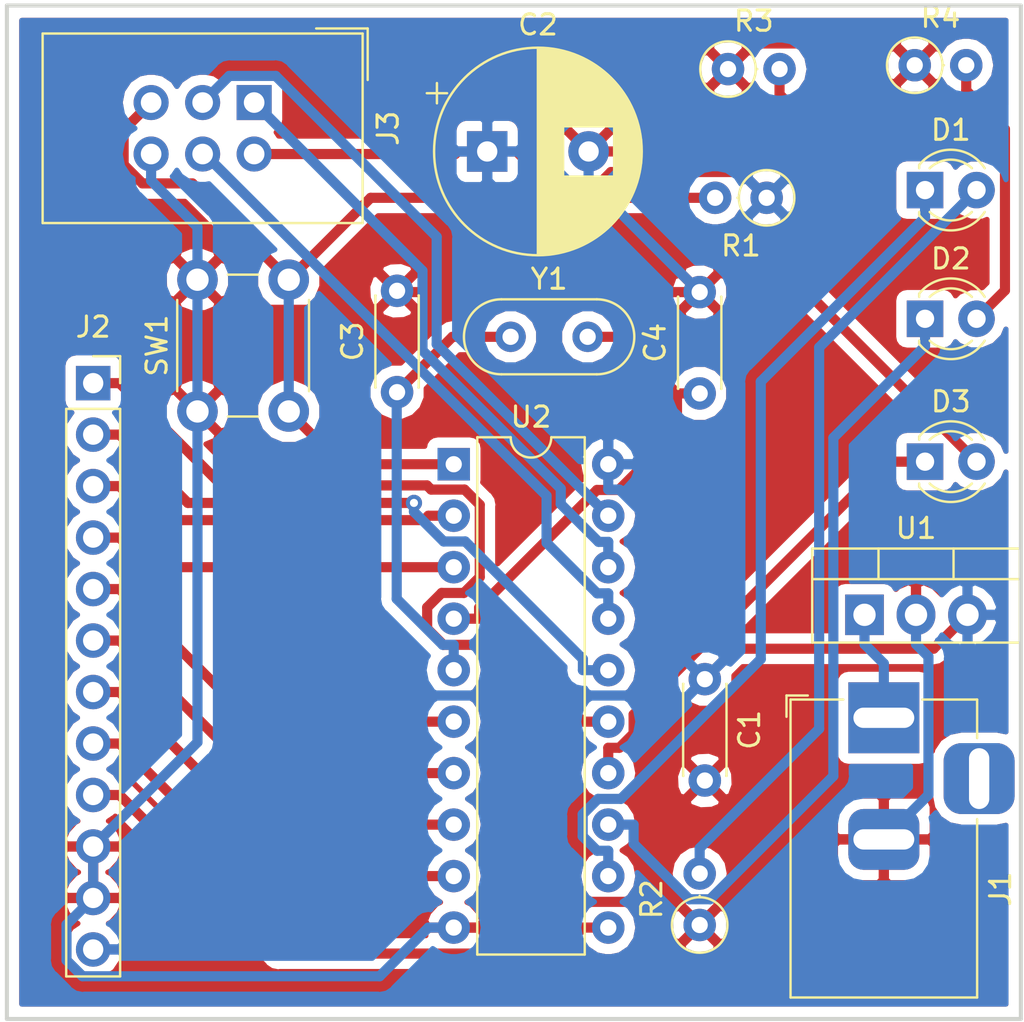
<source format=kicad_pcb>
(kicad_pcb (version 20171130) (host pcbnew 5.0.2-5.fc29)

  (general
    (thickness 1.6)
    (drawings 4)
    (tracks 197)
    (zones 0)
    (modules 18)
    (nets 25)
  )

  (page A4)
  (layers
    (0 F.Cu signal)
    (31 B.Cu signal)
    (32 B.Adhes user)
    (33 F.Adhes user)
    (34 B.Paste user)
    (35 F.Paste user)
    (36 B.SilkS user)
    (37 F.SilkS user)
    (38 B.Mask user)
    (39 F.Mask user)
    (40 Dwgs.User user)
    (41 Cmts.User user)
    (42 Eco1.User user)
    (43 Eco2.User user)
    (44 Edge.Cuts user)
    (45 Margin user)
    (46 B.CrtYd user)
    (47 F.CrtYd user)
    (48 B.Fab user)
    (49 F.Fab user)
  )

  (setup
    (last_trace_width 0.25)
    (trace_clearance 0.2)
    (zone_clearance 0.508)
    (zone_45_only no)
    (trace_min 0.2)
    (segment_width 0.2)
    (edge_width 0.15)
    (via_size 0.8)
    (via_drill 0.4)
    (via_min_size 0.4)
    (via_min_drill 0.3)
    (uvia_size 0.3)
    (uvia_drill 0.1)
    (uvias_allowed no)
    (uvia_min_size 0.2)
    (uvia_min_drill 0.1)
    (pcb_text_width 0.3)
    (pcb_text_size 1.5 1.5)
    (mod_edge_width 0.15)
    (mod_text_size 1 1)
    (mod_text_width 0.15)
    (pad_size 1.524 1.524)
    (pad_drill 0.762)
    (pad_to_mask_clearance 0.051)
    (solder_mask_min_width 0.25)
    (aux_axis_origin 0 0)
    (visible_elements FFFFFF7F)
    (pcbplotparams
      (layerselection 0x310fc_ffffffff)
      (usegerberextensions true)
      (usegerberattributes false)
      (usegerberadvancedattributes false)
      (creategerberjobfile false)
      (excludeedgelayer true)
      (linewidth 0.200000)
      (plotframeref false)
      (viasonmask false)
      (mode 1)
      (useauxorigin false)
      (hpglpennumber 1)
      (hpglpenspeed 20)
      (hpglpendiameter 15.000000)
      (psnegative false)
      (psa4output false)
      (plotreference true)
      (plotvalue true)
      (plotinvisibletext false)
      (padsonsilk false)
      (subtractmaskfromsilk false)
      (outputformat 5)
      (mirror false)
      (drillshape 2)
      (scaleselection 1)
      (outputdirectory "svg/"))
  )

  (net 0 "")
  (net 1 VCC)
  (net 2 GND)
  (net 3 "Net-(C3-Pad1)")
  (net 4 "Net-(C4-Pad1)")
  (net 5 "Net-(D1-Pad1)")
  (net 6 "Net-(D1-Pad2)")
  (net 7 "Net-(D2-Pad2)")
  (net 8 "Net-(D2-Pad1)")
  (net 9 "Net-(D3-Pad1)")
  (net 10 "Net-(D3-Pad2)")
  (net 11 "Net-(J1-Pad1)")
  (net 12 "Net-(J2-Pad1)")
  (net 13 "Net-(J2-Pad2)")
  (net 14 "Net-(J2-Pad3)")
  (net 15 "Net-(J2-Pad4)")
  (net 16 "Net-(J2-Pad5)")
  (net 17 "Net-(J2-Pad6)")
  (net 18 "Net-(J2-Pad7)")
  (net 19 "Net-(J2-Pad8)")
  (net 20 "Net-(J2-Pad9)")
  (net 21 MISO)
  (net 22 SCK)
  (net 23 MOSI)
  (net 24 RST)

  (net_class Default "To jest domyślna klasa połączeń."
    (clearance 0.2)
    (trace_width 0.25)
    (via_dia 0.8)
    (via_drill 0.4)
    (uvia_dia 0.3)
    (uvia_drill 0.1)
  )

  (net_class net ""
    (clearance 0.2)
    (trace_width 0.5)
    (via_dia 0.8)
    (via_drill 0.4)
    (uvia_dia 0.3)
    (uvia_drill 0.1)
    (add_net GND)
    (add_net MISO)
    (add_net MOSI)
    (add_net "Net-(C3-Pad1)")
    (add_net "Net-(C4-Pad1)")
    (add_net "Net-(D1-Pad1)")
    (add_net "Net-(D1-Pad2)")
    (add_net "Net-(D2-Pad1)")
    (add_net "Net-(D2-Pad2)")
    (add_net "Net-(D3-Pad1)")
    (add_net "Net-(D3-Pad2)")
    (add_net "Net-(J1-Pad1)")
    (add_net "Net-(J2-Pad1)")
    (add_net "Net-(J2-Pad2)")
    (add_net "Net-(J2-Pad3)")
    (add_net "Net-(J2-Pad4)")
    (add_net "Net-(J2-Pad5)")
    (add_net "Net-(J2-Pad6)")
    (add_net "Net-(J2-Pad7)")
    (add_net "Net-(J2-Pad8)")
    (add_net "Net-(J2-Pad9)")
    (add_net RST)
    (add_net SCK)
    (add_net VCC)
  )

  (module Capacitor_THT:C_Disc_D4.3mm_W1.9mm_P5.00mm (layer F.Cu) (tedit 5AE50EF0) (tstamp 5C6EE302)
    (at 170.878 80.0735 270)
    (descr "C, Disc series, Radial, pin pitch=5.00mm, , diameter*width=4.3*1.9mm^2, Capacitor, http://www.vishay.com/docs/45233/krseries.pdf")
    (tags "C Disc series Radial pin pitch 5.00mm  diameter 4.3mm width 1.9mm Capacitor")
    (path /5C08A279)
    (fp_text reference C1 (at 2.5 -2.2 270) (layer F.SilkS)
      (effects (font (size 1 1) (thickness 0.15)))
    )
    (fp_text value 5pF (at 2.5 2.2 270) (layer F.Fab)
      (effects (font (size 1 1) (thickness 0.15)))
    )
    (fp_line (start 0.35 -0.95) (end 0.35 0.95) (layer F.Fab) (width 0.1))
    (fp_line (start 0.35 0.95) (end 4.65 0.95) (layer F.Fab) (width 0.1))
    (fp_line (start 4.65 0.95) (end 4.65 -0.95) (layer F.Fab) (width 0.1))
    (fp_line (start 4.65 -0.95) (end 0.35 -0.95) (layer F.Fab) (width 0.1))
    (fp_line (start 0.23 -1.07) (end 4.77 -1.07) (layer F.SilkS) (width 0.12))
    (fp_line (start 0.23 1.07) (end 4.77 1.07) (layer F.SilkS) (width 0.12))
    (fp_line (start 0.23 -1.07) (end 0.23 -1.055) (layer F.SilkS) (width 0.12))
    (fp_line (start 0.23 1.055) (end 0.23 1.07) (layer F.SilkS) (width 0.12))
    (fp_line (start 4.77 -1.07) (end 4.77 -1.055) (layer F.SilkS) (width 0.12))
    (fp_line (start 4.77 1.055) (end 4.77 1.07) (layer F.SilkS) (width 0.12))
    (fp_line (start -1.05 -1.2) (end -1.05 1.2) (layer F.CrtYd) (width 0.05))
    (fp_line (start -1.05 1.2) (end 6.05 1.2) (layer F.CrtYd) (width 0.05))
    (fp_line (start 6.05 1.2) (end 6.05 -1.2) (layer F.CrtYd) (width 0.05))
    (fp_line (start 6.05 -1.2) (end -1.05 -1.2) (layer F.CrtYd) (width 0.05))
    (fp_text user %R (at 2.5 0 270) (layer F.Fab)
      (effects (font (size 0.86 0.86) (thickness 0.129)))
    )
    (pad 1 thru_hole circle (at 0 0 270) (size 1.6 1.6) (drill 0.8) (layers *.Cu *.Mask)
      (net 1 VCC))
    (pad 2 thru_hole circle (at 5 0 270) (size 1.6 1.6) (drill 0.8) (layers *.Cu *.Mask)
      (net 2 GND))
    (model ${KISYS3DMOD}/Capacitor_THT.3dshapes/C_Disc_D4.3mm_W1.9mm_P5.00mm.wrl
      (at (xyz 0 0 0))
      (scale (xyz 1 1 1))
      (rotate (xyz 0 0 0))
    )
  )

  (module Capacitor_THT:CP_Radial_D10.0mm_P5.00mm (layer F.Cu) (tedit 5AE50EF1) (tstamp 5C6ED690)
    (at 160.147 54.0385)
    (descr "CP, Radial series, Radial, pin pitch=5.00mm, , diameter=10mm, Electrolytic Capacitor")
    (tags "CP Radial series Radial pin pitch 5.00mm  diameter 10mm Electrolytic Capacitor")
    (path /5C08A40E)
    (fp_text reference C2 (at 2.5 -6.25) (layer F.SilkS)
      (effects (font (size 1 1) (thickness 0.15)))
    )
    (fp_text value 100uF (at 2.5 6.25) (layer F.Fab)
      (effects (font (size 1 1) (thickness 0.15)))
    )
    (fp_circle (center 2.5 0) (end 7.5 0) (layer F.Fab) (width 0.1))
    (fp_circle (center 2.5 0) (end 7.62 0) (layer F.SilkS) (width 0.12))
    (fp_circle (center 2.5 0) (end 7.75 0) (layer F.CrtYd) (width 0.05))
    (fp_line (start -1.788861 -2.1875) (end -0.788861 -2.1875) (layer F.Fab) (width 0.1))
    (fp_line (start -1.288861 -2.6875) (end -1.288861 -1.6875) (layer F.Fab) (width 0.1))
    (fp_line (start 2.5 -5.08) (end 2.5 5.08) (layer F.SilkS) (width 0.12))
    (fp_line (start 2.54 -5.08) (end 2.54 5.08) (layer F.SilkS) (width 0.12))
    (fp_line (start 2.58 -5.08) (end 2.58 5.08) (layer F.SilkS) (width 0.12))
    (fp_line (start 2.62 -5.079) (end 2.62 5.079) (layer F.SilkS) (width 0.12))
    (fp_line (start 2.66 -5.078) (end 2.66 5.078) (layer F.SilkS) (width 0.12))
    (fp_line (start 2.7 -5.077) (end 2.7 5.077) (layer F.SilkS) (width 0.12))
    (fp_line (start 2.74 -5.075) (end 2.74 5.075) (layer F.SilkS) (width 0.12))
    (fp_line (start 2.78 -5.073) (end 2.78 5.073) (layer F.SilkS) (width 0.12))
    (fp_line (start 2.82 -5.07) (end 2.82 5.07) (layer F.SilkS) (width 0.12))
    (fp_line (start 2.86 -5.068) (end 2.86 5.068) (layer F.SilkS) (width 0.12))
    (fp_line (start 2.9 -5.065) (end 2.9 5.065) (layer F.SilkS) (width 0.12))
    (fp_line (start 2.94 -5.062) (end 2.94 5.062) (layer F.SilkS) (width 0.12))
    (fp_line (start 2.98 -5.058) (end 2.98 5.058) (layer F.SilkS) (width 0.12))
    (fp_line (start 3.02 -5.054) (end 3.02 5.054) (layer F.SilkS) (width 0.12))
    (fp_line (start 3.06 -5.05) (end 3.06 5.05) (layer F.SilkS) (width 0.12))
    (fp_line (start 3.1 -5.045) (end 3.1 5.045) (layer F.SilkS) (width 0.12))
    (fp_line (start 3.14 -5.04) (end 3.14 5.04) (layer F.SilkS) (width 0.12))
    (fp_line (start 3.18 -5.035) (end 3.18 5.035) (layer F.SilkS) (width 0.12))
    (fp_line (start 3.221 -5.03) (end 3.221 5.03) (layer F.SilkS) (width 0.12))
    (fp_line (start 3.261 -5.024) (end 3.261 5.024) (layer F.SilkS) (width 0.12))
    (fp_line (start 3.301 -5.018) (end 3.301 5.018) (layer F.SilkS) (width 0.12))
    (fp_line (start 3.341 -5.011) (end 3.341 5.011) (layer F.SilkS) (width 0.12))
    (fp_line (start 3.381 -5.004) (end 3.381 5.004) (layer F.SilkS) (width 0.12))
    (fp_line (start 3.421 -4.997) (end 3.421 4.997) (layer F.SilkS) (width 0.12))
    (fp_line (start 3.461 -4.99) (end 3.461 4.99) (layer F.SilkS) (width 0.12))
    (fp_line (start 3.501 -4.982) (end 3.501 4.982) (layer F.SilkS) (width 0.12))
    (fp_line (start 3.541 -4.974) (end 3.541 4.974) (layer F.SilkS) (width 0.12))
    (fp_line (start 3.581 -4.965) (end 3.581 4.965) (layer F.SilkS) (width 0.12))
    (fp_line (start 3.621 -4.956) (end 3.621 4.956) (layer F.SilkS) (width 0.12))
    (fp_line (start 3.661 -4.947) (end 3.661 4.947) (layer F.SilkS) (width 0.12))
    (fp_line (start 3.701 -4.938) (end 3.701 4.938) (layer F.SilkS) (width 0.12))
    (fp_line (start 3.741 -4.928) (end 3.741 4.928) (layer F.SilkS) (width 0.12))
    (fp_line (start 3.781 -4.918) (end 3.781 -1.241) (layer F.SilkS) (width 0.12))
    (fp_line (start 3.781 1.241) (end 3.781 4.918) (layer F.SilkS) (width 0.12))
    (fp_line (start 3.821 -4.907) (end 3.821 -1.241) (layer F.SilkS) (width 0.12))
    (fp_line (start 3.821 1.241) (end 3.821 4.907) (layer F.SilkS) (width 0.12))
    (fp_line (start 3.861 -4.897) (end 3.861 -1.241) (layer F.SilkS) (width 0.12))
    (fp_line (start 3.861 1.241) (end 3.861 4.897) (layer F.SilkS) (width 0.12))
    (fp_line (start 3.901 -4.885) (end 3.901 -1.241) (layer F.SilkS) (width 0.12))
    (fp_line (start 3.901 1.241) (end 3.901 4.885) (layer F.SilkS) (width 0.12))
    (fp_line (start 3.941 -4.874) (end 3.941 -1.241) (layer F.SilkS) (width 0.12))
    (fp_line (start 3.941 1.241) (end 3.941 4.874) (layer F.SilkS) (width 0.12))
    (fp_line (start 3.981 -4.862) (end 3.981 -1.241) (layer F.SilkS) (width 0.12))
    (fp_line (start 3.981 1.241) (end 3.981 4.862) (layer F.SilkS) (width 0.12))
    (fp_line (start 4.021 -4.85) (end 4.021 -1.241) (layer F.SilkS) (width 0.12))
    (fp_line (start 4.021 1.241) (end 4.021 4.85) (layer F.SilkS) (width 0.12))
    (fp_line (start 4.061 -4.837) (end 4.061 -1.241) (layer F.SilkS) (width 0.12))
    (fp_line (start 4.061 1.241) (end 4.061 4.837) (layer F.SilkS) (width 0.12))
    (fp_line (start 4.101 -4.824) (end 4.101 -1.241) (layer F.SilkS) (width 0.12))
    (fp_line (start 4.101 1.241) (end 4.101 4.824) (layer F.SilkS) (width 0.12))
    (fp_line (start 4.141 -4.811) (end 4.141 -1.241) (layer F.SilkS) (width 0.12))
    (fp_line (start 4.141 1.241) (end 4.141 4.811) (layer F.SilkS) (width 0.12))
    (fp_line (start 4.181 -4.797) (end 4.181 -1.241) (layer F.SilkS) (width 0.12))
    (fp_line (start 4.181 1.241) (end 4.181 4.797) (layer F.SilkS) (width 0.12))
    (fp_line (start 4.221 -4.783) (end 4.221 -1.241) (layer F.SilkS) (width 0.12))
    (fp_line (start 4.221 1.241) (end 4.221 4.783) (layer F.SilkS) (width 0.12))
    (fp_line (start 4.261 -4.768) (end 4.261 -1.241) (layer F.SilkS) (width 0.12))
    (fp_line (start 4.261 1.241) (end 4.261 4.768) (layer F.SilkS) (width 0.12))
    (fp_line (start 4.301 -4.754) (end 4.301 -1.241) (layer F.SilkS) (width 0.12))
    (fp_line (start 4.301 1.241) (end 4.301 4.754) (layer F.SilkS) (width 0.12))
    (fp_line (start 4.341 -4.738) (end 4.341 -1.241) (layer F.SilkS) (width 0.12))
    (fp_line (start 4.341 1.241) (end 4.341 4.738) (layer F.SilkS) (width 0.12))
    (fp_line (start 4.381 -4.723) (end 4.381 -1.241) (layer F.SilkS) (width 0.12))
    (fp_line (start 4.381 1.241) (end 4.381 4.723) (layer F.SilkS) (width 0.12))
    (fp_line (start 4.421 -4.707) (end 4.421 -1.241) (layer F.SilkS) (width 0.12))
    (fp_line (start 4.421 1.241) (end 4.421 4.707) (layer F.SilkS) (width 0.12))
    (fp_line (start 4.461 -4.69) (end 4.461 -1.241) (layer F.SilkS) (width 0.12))
    (fp_line (start 4.461 1.241) (end 4.461 4.69) (layer F.SilkS) (width 0.12))
    (fp_line (start 4.501 -4.674) (end 4.501 -1.241) (layer F.SilkS) (width 0.12))
    (fp_line (start 4.501 1.241) (end 4.501 4.674) (layer F.SilkS) (width 0.12))
    (fp_line (start 4.541 -4.657) (end 4.541 -1.241) (layer F.SilkS) (width 0.12))
    (fp_line (start 4.541 1.241) (end 4.541 4.657) (layer F.SilkS) (width 0.12))
    (fp_line (start 4.581 -4.639) (end 4.581 -1.241) (layer F.SilkS) (width 0.12))
    (fp_line (start 4.581 1.241) (end 4.581 4.639) (layer F.SilkS) (width 0.12))
    (fp_line (start 4.621 -4.621) (end 4.621 -1.241) (layer F.SilkS) (width 0.12))
    (fp_line (start 4.621 1.241) (end 4.621 4.621) (layer F.SilkS) (width 0.12))
    (fp_line (start 4.661 -4.603) (end 4.661 -1.241) (layer F.SilkS) (width 0.12))
    (fp_line (start 4.661 1.241) (end 4.661 4.603) (layer F.SilkS) (width 0.12))
    (fp_line (start 4.701 -4.584) (end 4.701 -1.241) (layer F.SilkS) (width 0.12))
    (fp_line (start 4.701 1.241) (end 4.701 4.584) (layer F.SilkS) (width 0.12))
    (fp_line (start 4.741 -4.564) (end 4.741 -1.241) (layer F.SilkS) (width 0.12))
    (fp_line (start 4.741 1.241) (end 4.741 4.564) (layer F.SilkS) (width 0.12))
    (fp_line (start 4.781 -4.545) (end 4.781 -1.241) (layer F.SilkS) (width 0.12))
    (fp_line (start 4.781 1.241) (end 4.781 4.545) (layer F.SilkS) (width 0.12))
    (fp_line (start 4.821 -4.525) (end 4.821 -1.241) (layer F.SilkS) (width 0.12))
    (fp_line (start 4.821 1.241) (end 4.821 4.525) (layer F.SilkS) (width 0.12))
    (fp_line (start 4.861 -4.504) (end 4.861 -1.241) (layer F.SilkS) (width 0.12))
    (fp_line (start 4.861 1.241) (end 4.861 4.504) (layer F.SilkS) (width 0.12))
    (fp_line (start 4.901 -4.483) (end 4.901 -1.241) (layer F.SilkS) (width 0.12))
    (fp_line (start 4.901 1.241) (end 4.901 4.483) (layer F.SilkS) (width 0.12))
    (fp_line (start 4.941 -4.462) (end 4.941 -1.241) (layer F.SilkS) (width 0.12))
    (fp_line (start 4.941 1.241) (end 4.941 4.462) (layer F.SilkS) (width 0.12))
    (fp_line (start 4.981 -4.44) (end 4.981 -1.241) (layer F.SilkS) (width 0.12))
    (fp_line (start 4.981 1.241) (end 4.981 4.44) (layer F.SilkS) (width 0.12))
    (fp_line (start 5.021 -4.417) (end 5.021 -1.241) (layer F.SilkS) (width 0.12))
    (fp_line (start 5.021 1.241) (end 5.021 4.417) (layer F.SilkS) (width 0.12))
    (fp_line (start 5.061 -4.395) (end 5.061 -1.241) (layer F.SilkS) (width 0.12))
    (fp_line (start 5.061 1.241) (end 5.061 4.395) (layer F.SilkS) (width 0.12))
    (fp_line (start 5.101 -4.371) (end 5.101 -1.241) (layer F.SilkS) (width 0.12))
    (fp_line (start 5.101 1.241) (end 5.101 4.371) (layer F.SilkS) (width 0.12))
    (fp_line (start 5.141 -4.347) (end 5.141 -1.241) (layer F.SilkS) (width 0.12))
    (fp_line (start 5.141 1.241) (end 5.141 4.347) (layer F.SilkS) (width 0.12))
    (fp_line (start 5.181 -4.323) (end 5.181 -1.241) (layer F.SilkS) (width 0.12))
    (fp_line (start 5.181 1.241) (end 5.181 4.323) (layer F.SilkS) (width 0.12))
    (fp_line (start 5.221 -4.298) (end 5.221 -1.241) (layer F.SilkS) (width 0.12))
    (fp_line (start 5.221 1.241) (end 5.221 4.298) (layer F.SilkS) (width 0.12))
    (fp_line (start 5.261 -4.273) (end 5.261 -1.241) (layer F.SilkS) (width 0.12))
    (fp_line (start 5.261 1.241) (end 5.261 4.273) (layer F.SilkS) (width 0.12))
    (fp_line (start 5.301 -4.247) (end 5.301 -1.241) (layer F.SilkS) (width 0.12))
    (fp_line (start 5.301 1.241) (end 5.301 4.247) (layer F.SilkS) (width 0.12))
    (fp_line (start 5.341 -4.221) (end 5.341 -1.241) (layer F.SilkS) (width 0.12))
    (fp_line (start 5.341 1.241) (end 5.341 4.221) (layer F.SilkS) (width 0.12))
    (fp_line (start 5.381 -4.194) (end 5.381 -1.241) (layer F.SilkS) (width 0.12))
    (fp_line (start 5.381 1.241) (end 5.381 4.194) (layer F.SilkS) (width 0.12))
    (fp_line (start 5.421 -4.166) (end 5.421 -1.241) (layer F.SilkS) (width 0.12))
    (fp_line (start 5.421 1.241) (end 5.421 4.166) (layer F.SilkS) (width 0.12))
    (fp_line (start 5.461 -4.138) (end 5.461 -1.241) (layer F.SilkS) (width 0.12))
    (fp_line (start 5.461 1.241) (end 5.461 4.138) (layer F.SilkS) (width 0.12))
    (fp_line (start 5.501 -4.11) (end 5.501 -1.241) (layer F.SilkS) (width 0.12))
    (fp_line (start 5.501 1.241) (end 5.501 4.11) (layer F.SilkS) (width 0.12))
    (fp_line (start 5.541 -4.08) (end 5.541 -1.241) (layer F.SilkS) (width 0.12))
    (fp_line (start 5.541 1.241) (end 5.541 4.08) (layer F.SilkS) (width 0.12))
    (fp_line (start 5.581 -4.05) (end 5.581 -1.241) (layer F.SilkS) (width 0.12))
    (fp_line (start 5.581 1.241) (end 5.581 4.05) (layer F.SilkS) (width 0.12))
    (fp_line (start 5.621 -4.02) (end 5.621 -1.241) (layer F.SilkS) (width 0.12))
    (fp_line (start 5.621 1.241) (end 5.621 4.02) (layer F.SilkS) (width 0.12))
    (fp_line (start 5.661 -3.989) (end 5.661 -1.241) (layer F.SilkS) (width 0.12))
    (fp_line (start 5.661 1.241) (end 5.661 3.989) (layer F.SilkS) (width 0.12))
    (fp_line (start 5.701 -3.957) (end 5.701 -1.241) (layer F.SilkS) (width 0.12))
    (fp_line (start 5.701 1.241) (end 5.701 3.957) (layer F.SilkS) (width 0.12))
    (fp_line (start 5.741 -3.925) (end 5.741 -1.241) (layer F.SilkS) (width 0.12))
    (fp_line (start 5.741 1.241) (end 5.741 3.925) (layer F.SilkS) (width 0.12))
    (fp_line (start 5.781 -3.892) (end 5.781 -1.241) (layer F.SilkS) (width 0.12))
    (fp_line (start 5.781 1.241) (end 5.781 3.892) (layer F.SilkS) (width 0.12))
    (fp_line (start 5.821 -3.858) (end 5.821 -1.241) (layer F.SilkS) (width 0.12))
    (fp_line (start 5.821 1.241) (end 5.821 3.858) (layer F.SilkS) (width 0.12))
    (fp_line (start 5.861 -3.824) (end 5.861 -1.241) (layer F.SilkS) (width 0.12))
    (fp_line (start 5.861 1.241) (end 5.861 3.824) (layer F.SilkS) (width 0.12))
    (fp_line (start 5.901 -3.789) (end 5.901 -1.241) (layer F.SilkS) (width 0.12))
    (fp_line (start 5.901 1.241) (end 5.901 3.789) (layer F.SilkS) (width 0.12))
    (fp_line (start 5.941 -3.753) (end 5.941 -1.241) (layer F.SilkS) (width 0.12))
    (fp_line (start 5.941 1.241) (end 5.941 3.753) (layer F.SilkS) (width 0.12))
    (fp_line (start 5.981 -3.716) (end 5.981 -1.241) (layer F.SilkS) (width 0.12))
    (fp_line (start 5.981 1.241) (end 5.981 3.716) (layer F.SilkS) (width 0.12))
    (fp_line (start 6.021 -3.679) (end 6.021 -1.241) (layer F.SilkS) (width 0.12))
    (fp_line (start 6.021 1.241) (end 6.021 3.679) (layer F.SilkS) (width 0.12))
    (fp_line (start 6.061 -3.64) (end 6.061 -1.241) (layer F.SilkS) (width 0.12))
    (fp_line (start 6.061 1.241) (end 6.061 3.64) (layer F.SilkS) (width 0.12))
    (fp_line (start 6.101 -3.601) (end 6.101 -1.241) (layer F.SilkS) (width 0.12))
    (fp_line (start 6.101 1.241) (end 6.101 3.601) (layer F.SilkS) (width 0.12))
    (fp_line (start 6.141 -3.561) (end 6.141 -1.241) (layer F.SilkS) (width 0.12))
    (fp_line (start 6.141 1.241) (end 6.141 3.561) (layer F.SilkS) (width 0.12))
    (fp_line (start 6.181 -3.52) (end 6.181 -1.241) (layer F.SilkS) (width 0.12))
    (fp_line (start 6.181 1.241) (end 6.181 3.52) (layer F.SilkS) (width 0.12))
    (fp_line (start 6.221 -3.478) (end 6.221 -1.241) (layer F.SilkS) (width 0.12))
    (fp_line (start 6.221 1.241) (end 6.221 3.478) (layer F.SilkS) (width 0.12))
    (fp_line (start 6.261 -3.436) (end 6.261 3.436) (layer F.SilkS) (width 0.12))
    (fp_line (start 6.301 -3.392) (end 6.301 3.392) (layer F.SilkS) (width 0.12))
    (fp_line (start 6.341 -3.347) (end 6.341 3.347) (layer F.SilkS) (width 0.12))
    (fp_line (start 6.381 -3.301) (end 6.381 3.301) (layer F.SilkS) (width 0.12))
    (fp_line (start 6.421 -3.254) (end 6.421 3.254) (layer F.SilkS) (width 0.12))
    (fp_line (start 6.461 -3.206) (end 6.461 3.206) (layer F.SilkS) (width 0.12))
    (fp_line (start 6.501 -3.156) (end 6.501 3.156) (layer F.SilkS) (width 0.12))
    (fp_line (start 6.541 -3.106) (end 6.541 3.106) (layer F.SilkS) (width 0.12))
    (fp_line (start 6.581 -3.054) (end 6.581 3.054) (layer F.SilkS) (width 0.12))
    (fp_line (start 6.621 -3) (end 6.621 3) (layer F.SilkS) (width 0.12))
    (fp_line (start 6.661 -2.945) (end 6.661 2.945) (layer F.SilkS) (width 0.12))
    (fp_line (start 6.701 -2.889) (end 6.701 2.889) (layer F.SilkS) (width 0.12))
    (fp_line (start 6.741 -2.83) (end 6.741 2.83) (layer F.SilkS) (width 0.12))
    (fp_line (start 6.781 -2.77) (end 6.781 2.77) (layer F.SilkS) (width 0.12))
    (fp_line (start 6.821 -2.709) (end 6.821 2.709) (layer F.SilkS) (width 0.12))
    (fp_line (start 6.861 -2.645) (end 6.861 2.645) (layer F.SilkS) (width 0.12))
    (fp_line (start 6.901 -2.579) (end 6.901 2.579) (layer F.SilkS) (width 0.12))
    (fp_line (start 6.941 -2.51) (end 6.941 2.51) (layer F.SilkS) (width 0.12))
    (fp_line (start 6.981 -2.439) (end 6.981 2.439) (layer F.SilkS) (width 0.12))
    (fp_line (start 7.021 -2.365) (end 7.021 2.365) (layer F.SilkS) (width 0.12))
    (fp_line (start 7.061 -2.289) (end 7.061 2.289) (layer F.SilkS) (width 0.12))
    (fp_line (start 7.101 -2.209) (end 7.101 2.209) (layer F.SilkS) (width 0.12))
    (fp_line (start 7.141 -2.125) (end 7.141 2.125) (layer F.SilkS) (width 0.12))
    (fp_line (start 7.181 -2.037) (end 7.181 2.037) (layer F.SilkS) (width 0.12))
    (fp_line (start 7.221 -1.944) (end 7.221 1.944) (layer F.SilkS) (width 0.12))
    (fp_line (start 7.261 -1.846) (end 7.261 1.846) (layer F.SilkS) (width 0.12))
    (fp_line (start 7.301 -1.742) (end 7.301 1.742) (layer F.SilkS) (width 0.12))
    (fp_line (start 7.341 -1.63) (end 7.341 1.63) (layer F.SilkS) (width 0.12))
    (fp_line (start 7.381 -1.51) (end 7.381 1.51) (layer F.SilkS) (width 0.12))
    (fp_line (start 7.421 -1.378) (end 7.421 1.378) (layer F.SilkS) (width 0.12))
    (fp_line (start 7.461 -1.23) (end 7.461 1.23) (layer F.SilkS) (width 0.12))
    (fp_line (start 7.501 -1.062) (end 7.501 1.062) (layer F.SilkS) (width 0.12))
    (fp_line (start 7.541 -0.862) (end 7.541 0.862) (layer F.SilkS) (width 0.12))
    (fp_line (start 7.581 -0.599) (end 7.581 0.599) (layer F.SilkS) (width 0.12))
    (fp_line (start -2.979646 -2.875) (end -1.979646 -2.875) (layer F.SilkS) (width 0.12))
    (fp_line (start -2.479646 -3.375) (end -2.479646 -2.375) (layer F.SilkS) (width 0.12))
    (fp_text user %R (at 2.5 0) (layer F.Fab)
      (effects (font (size 1 1) (thickness 0.15)))
    )
    (pad 1 thru_hole rect (at 0 0) (size 2 2) (drill 1) (layers *.Cu *.Mask)
      (net 1 VCC))
    (pad 2 thru_hole circle (at 5 0) (size 2 2) (drill 1) (layers *.Cu *.Mask)
      (net 2 GND))
    (model ${KISYS3DMOD}/Capacitor_THT.3dshapes/CP_Radial_D10.0mm_P5.00mm.wrl
      (at (xyz 0 0 0))
      (scale (xyz 1 1 1))
      (rotate (xyz 0 0 0))
    )
  )

  (module Capacitor_THT:C_Disc_D4.3mm_W1.9mm_P5.00mm (layer F.Cu) (tedit 5AE50EF0) (tstamp 5C6ED59D)
    (at 155.702 65.913 90)
    (descr "C, Disc series, Radial, pin pitch=5.00mm, , diameter*width=4.3*1.9mm^2, Capacitor, http://www.vishay.com/docs/45233/krseries.pdf")
    (tags "C Disc series Radial pin pitch 5.00mm  diameter 4.3mm width 1.9mm Capacitor")
    (path /5C089184)
    (fp_text reference C3 (at 2.5 -2.2 90) (layer F.SilkS)
      (effects (font (size 1 1) (thickness 0.15)))
    )
    (fp_text value 22pF (at 2.5 2.2 90) (layer F.Fab)
      (effects (font (size 1 1) (thickness 0.15)))
    )
    (fp_line (start 0.35 -0.95) (end 0.35 0.95) (layer F.Fab) (width 0.1))
    (fp_line (start 0.35 0.95) (end 4.65 0.95) (layer F.Fab) (width 0.1))
    (fp_line (start 4.65 0.95) (end 4.65 -0.95) (layer F.Fab) (width 0.1))
    (fp_line (start 4.65 -0.95) (end 0.35 -0.95) (layer F.Fab) (width 0.1))
    (fp_line (start 0.23 -1.07) (end 4.77 -1.07) (layer F.SilkS) (width 0.12))
    (fp_line (start 0.23 1.07) (end 4.77 1.07) (layer F.SilkS) (width 0.12))
    (fp_line (start 0.23 -1.07) (end 0.23 -1.055) (layer F.SilkS) (width 0.12))
    (fp_line (start 0.23 1.055) (end 0.23 1.07) (layer F.SilkS) (width 0.12))
    (fp_line (start 4.77 -1.07) (end 4.77 -1.055) (layer F.SilkS) (width 0.12))
    (fp_line (start 4.77 1.055) (end 4.77 1.07) (layer F.SilkS) (width 0.12))
    (fp_line (start -1.05 -1.2) (end -1.05 1.2) (layer F.CrtYd) (width 0.05))
    (fp_line (start -1.05 1.2) (end 6.05 1.2) (layer F.CrtYd) (width 0.05))
    (fp_line (start 6.05 1.2) (end 6.05 -1.2) (layer F.CrtYd) (width 0.05))
    (fp_line (start 6.05 -1.2) (end -1.05 -1.2) (layer F.CrtYd) (width 0.05))
    (fp_text user %R (at 2.5 0 90) (layer F.Fab)
      (effects (font (size 0.86 0.86) (thickness 0.129)))
    )
    (pad 1 thru_hole circle (at 0 0 90) (size 1.6 1.6) (drill 0.8) (layers *.Cu *.Mask)
      (net 3 "Net-(C3-Pad1)"))
    (pad 2 thru_hole circle (at 5 0 90) (size 1.6 1.6) (drill 0.8) (layers *.Cu *.Mask)
      (net 2 GND))
    (model ${KISYS3DMOD}/Capacitor_THT.3dshapes/C_Disc_D4.3mm_W1.9mm_P5.00mm.wrl
      (at (xyz 0 0 0))
      (scale (xyz 1 1 1))
      (rotate (xyz 0 0 0))
    )
  )

  (module Capacitor_THT:C_Disc_D4.3mm_W1.9mm_P5.00mm (layer F.Cu) (tedit 5AE50EF0) (tstamp 5C6EE0F6)
    (at 170.624 65.9765 90)
    (descr "C, Disc series, Radial, pin pitch=5.00mm, , diameter*width=4.3*1.9mm^2, Capacitor, http://www.vishay.com/docs/45233/krseries.pdf")
    (tags "C Disc series Radial pin pitch 5.00mm  diameter 4.3mm width 1.9mm Capacitor")
    (path /5C0892AB)
    (fp_text reference C4 (at 2.5 -2.2 90) (layer F.SilkS)
      (effects (font (size 1 1) (thickness 0.15)))
    )
    (fp_text value 22pF (at 2.5 2.2 90) (layer F.Fab)
      (effects (font (size 1 1) (thickness 0.15)))
    )
    (fp_text user %R (at 2.5 0 90) (layer F.Fab)
      (effects (font (size 0.86 0.86) (thickness 0.129)))
    )
    (fp_line (start 6.05 -1.2) (end -1.05 -1.2) (layer F.CrtYd) (width 0.05))
    (fp_line (start 6.05 1.2) (end 6.05 -1.2) (layer F.CrtYd) (width 0.05))
    (fp_line (start -1.05 1.2) (end 6.05 1.2) (layer F.CrtYd) (width 0.05))
    (fp_line (start -1.05 -1.2) (end -1.05 1.2) (layer F.CrtYd) (width 0.05))
    (fp_line (start 4.77 1.055) (end 4.77 1.07) (layer F.SilkS) (width 0.12))
    (fp_line (start 4.77 -1.07) (end 4.77 -1.055) (layer F.SilkS) (width 0.12))
    (fp_line (start 0.23 1.055) (end 0.23 1.07) (layer F.SilkS) (width 0.12))
    (fp_line (start 0.23 -1.07) (end 0.23 -1.055) (layer F.SilkS) (width 0.12))
    (fp_line (start 0.23 1.07) (end 4.77 1.07) (layer F.SilkS) (width 0.12))
    (fp_line (start 0.23 -1.07) (end 4.77 -1.07) (layer F.SilkS) (width 0.12))
    (fp_line (start 4.65 -0.95) (end 0.35 -0.95) (layer F.Fab) (width 0.1))
    (fp_line (start 4.65 0.95) (end 4.65 -0.95) (layer F.Fab) (width 0.1))
    (fp_line (start 0.35 0.95) (end 4.65 0.95) (layer F.Fab) (width 0.1))
    (fp_line (start 0.35 -0.95) (end 0.35 0.95) (layer F.Fab) (width 0.1))
    (pad 2 thru_hole circle (at 5 0 90) (size 1.6 1.6) (drill 0.8) (layers *.Cu *.Mask)
      (net 2 GND))
    (pad 1 thru_hole circle (at 0 0 90) (size 1.6 1.6) (drill 0.8) (layers *.Cu *.Mask)
      (net 4 "Net-(C4-Pad1)"))
    (model ${KISYS3DMOD}/Capacitor_THT.3dshapes/C_Disc_D4.3mm_W1.9mm_P5.00mm.wrl
      (at (xyz 0 0 0))
      (scale (xyz 1 1 1))
      (rotate (xyz 0 0 0))
    )
  )

  (module LED_THT:LED_D3.0mm (layer F.Cu) (tedit 587A3A7B) (tstamp 5C6ED9A6)
    (at 181.737 55.9435)
    (descr "LED, diameter 3.0mm, 2 pins")
    (tags "LED diameter 3.0mm 2 pins")
    (path /5C08BC6F)
    (fp_text reference D1 (at 1.27 -2.96) (layer F.SilkS)
      (effects (font (size 1 1) (thickness 0.15)))
    )
    (fp_text value red (at 1.27 2.96) (layer F.Fab)
      (effects (font (size 1 1) (thickness 0.15)))
    )
    (fp_arc (start 1.27 0) (end -0.23 -1.16619) (angle 284.3) (layer F.Fab) (width 0.1))
    (fp_arc (start 1.27 0) (end -0.29 -1.235516) (angle 108.8) (layer F.SilkS) (width 0.12))
    (fp_arc (start 1.27 0) (end -0.29 1.235516) (angle -108.8) (layer F.SilkS) (width 0.12))
    (fp_arc (start 1.27 0) (end 0.229039 -1.08) (angle 87.9) (layer F.SilkS) (width 0.12))
    (fp_arc (start 1.27 0) (end 0.229039 1.08) (angle -87.9) (layer F.SilkS) (width 0.12))
    (fp_circle (center 1.27 0) (end 2.77 0) (layer F.Fab) (width 0.1))
    (fp_line (start -0.23 -1.16619) (end -0.23 1.16619) (layer F.Fab) (width 0.1))
    (fp_line (start -0.29 -1.236) (end -0.29 -1.08) (layer F.SilkS) (width 0.12))
    (fp_line (start -0.29 1.08) (end -0.29 1.236) (layer F.SilkS) (width 0.12))
    (fp_line (start -1.15 -2.25) (end -1.15 2.25) (layer F.CrtYd) (width 0.05))
    (fp_line (start -1.15 2.25) (end 3.7 2.25) (layer F.CrtYd) (width 0.05))
    (fp_line (start 3.7 2.25) (end 3.7 -2.25) (layer F.CrtYd) (width 0.05))
    (fp_line (start 3.7 -2.25) (end -1.15 -2.25) (layer F.CrtYd) (width 0.05))
    (pad 1 thru_hole rect (at 0 0) (size 1.8 1.8) (drill 0.9) (layers *.Cu *.Mask)
      (net 5 "Net-(D1-Pad1)"))
    (pad 2 thru_hole circle (at 2.54 0) (size 1.8 1.8) (drill 0.9) (layers *.Cu *.Mask)
      (net 6 "Net-(D1-Pad2)"))
    (model ${KISYS3DMOD}/LED_THT.3dshapes/LED_D3.0mm.wrl
      (at (xyz 0 0 0))
      (scale (xyz 1 1 1))
      (rotate (xyz 0 0 0))
    )
  )

  (module LED_THT:LED_D3.0mm (layer F.Cu) (tedit 587A3A7B) (tstamp 5C6ED565)
    (at 181.737 62.2935)
    (descr "LED, diameter 3.0mm, 2 pins")
    (tags "LED diameter 3.0mm 2 pins")
    (path /5C08BCD9)
    (fp_text reference D2 (at 1.27 -2.96) (layer F.SilkS)
      (effects (font (size 1 1) (thickness 0.15)))
    )
    (fp_text value green (at 1.27 2.96) (layer F.Fab)
      (effects (font (size 1 1) (thickness 0.15)))
    )
    (fp_line (start 3.7 -2.25) (end -1.15 -2.25) (layer F.CrtYd) (width 0.05))
    (fp_line (start 3.7 2.25) (end 3.7 -2.25) (layer F.CrtYd) (width 0.05))
    (fp_line (start -1.15 2.25) (end 3.7 2.25) (layer F.CrtYd) (width 0.05))
    (fp_line (start -1.15 -2.25) (end -1.15 2.25) (layer F.CrtYd) (width 0.05))
    (fp_line (start -0.29 1.08) (end -0.29 1.236) (layer F.SilkS) (width 0.12))
    (fp_line (start -0.29 -1.236) (end -0.29 -1.08) (layer F.SilkS) (width 0.12))
    (fp_line (start -0.23 -1.16619) (end -0.23 1.16619) (layer F.Fab) (width 0.1))
    (fp_circle (center 1.27 0) (end 2.77 0) (layer F.Fab) (width 0.1))
    (fp_arc (start 1.27 0) (end 0.229039 1.08) (angle -87.9) (layer F.SilkS) (width 0.12))
    (fp_arc (start 1.27 0) (end 0.229039 -1.08) (angle 87.9) (layer F.SilkS) (width 0.12))
    (fp_arc (start 1.27 0) (end -0.29 1.235516) (angle -108.8) (layer F.SilkS) (width 0.12))
    (fp_arc (start 1.27 0) (end -0.29 -1.235516) (angle 108.8) (layer F.SilkS) (width 0.12))
    (fp_arc (start 1.27 0) (end -0.23 -1.16619) (angle 284.3) (layer F.Fab) (width 0.1))
    (pad 2 thru_hole circle (at 2.54 0) (size 1.8 1.8) (drill 0.9) (layers *.Cu *.Mask)
      (net 7 "Net-(D2-Pad2)"))
    (pad 1 thru_hole rect (at 0 0) (size 1.8 1.8) (drill 0.9) (layers *.Cu *.Mask)
      (net 8 "Net-(D2-Pad1)"))
    (model ${KISYS3DMOD}/LED_THT.3dshapes/LED_D3.0mm.wrl
      (at (xyz 0 0 0))
      (scale (xyz 1 1 1))
      (rotate (xyz 0 0 0))
    )
  )

  (module LED_THT:LED_D3.0mm (layer F.Cu) (tedit 587A3A7B) (tstamp 5C6ED862)
    (at 181.737 69.342)
    (descr "LED, diameter 3.0mm, 2 pins")
    (tags "LED diameter 3.0mm 2 pins")
    (path /5C08BD11)
    (fp_text reference D3 (at 1.27 -2.96) (layer F.SilkS)
      (effects (font (size 1 1) (thickness 0.15)))
    )
    (fp_text value yellow (at 1.27 2.96) (layer F.Fab)
      (effects (font (size 1 1) (thickness 0.15)))
    )
    (fp_arc (start 1.27 0) (end -0.23 -1.16619) (angle 284.3) (layer F.Fab) (width 0.1))
    (fp_arc (start 1.27 0) (end -0.29 -1.235516) (angle 108.8) (layer F.SilkS) (width 0.12))
    (fp_arc (start 1.27 0) (end -0.29 1.235516) (angle -108.8) (layer F.SilkS) (width 0.12))
    (fp_arc (start 1.27 0) (end 0.229039 -1.08) (angle 87.9) (layer F.SilkS) (width 0.12))
    (fp_arc (start 1.27 0) (end 0.229039 1.08) (angle -87.9) (layer F.SilkS) (width 0.12))
    (fp_circle (center 1.27 0) (end 2.77 0) (layer F.Fab) (width 0.1))
    (fp_line (start -0.23 -1.16619) (end -0.23 1.16619) (layer F.Fab) (width 0.1))
    (fp_line (start -0.29 -1.236) (end -0.29 -1.08) (layer F.SilkS) (width 0.12))
    (fp_line (start -0.29 1.08) (end -0.29 1.236) (layer F.SilkS) (width 0.12))
    (fp_line (start -1.15 -2.25) (end -1.15 2.25) (layer F.CrtYd) (width 0.05))
    (fp_line (start -1.15 2.25) (end 3.7 2.25) (layer F.CrtYd) (width 0.05))
    (fp_line (start 3.7 2.25) (end 3.7 -2.25) (layer F.CrtYd) (width 0.05))
    (fp_line (start 3.7 -2.25) (end -1.15 -2.25) (layer F.CrtYd) (width 0.05))
    (pad 1 thru_hole rect (at 0 0) (size 1.8 1.8) (drill 0.9) (layers *.Cu *.Mask)
      (net 9 "Net-(D3-Pad1)"))
    (pad 2 thru_hole circle (at 2.54 0) (size 1.8 1.8) (drill 0.9) (layers *.Cu *.Mask)
      (net 10 "Net-(D3-Pad2)"))
    (model ${KISYS3DMOD}/LED_THT.3dshapes/LED_D3.0mm.wrl
      (at (xyz 0 0 0))
      (scale (xyz 1 1 1))
      (rotate (xyz 0 0 0))
    )
  )

  (module Connector_BarrelJack:BarrelJack_Horizontal (layer F.Cu) (tedit 5A1DBF6A) (tstamp 5C6ED8E4)
    (at 179.705 81.9785 90)
    (descr "DC Barrel Jack")
    (tags "Power Jack")
    (path /5C0AFACC)
    (fp_text reference J1 (at -8.45 5.75 90) (layer F.SilkS)
      (effects (font (size 1 1) (thickness 0.15)))
    )
    (fp_text value Jack-DC (at -6.2 -5.5 90) (layer F.Fab)
      (effects (font (size 1 1) (thickness 0.15)))
    )
    (fp_text user %R (at -3 -2.95 90) (layer F.Fab)
      (effects (font (size 1 1) (thickness 0.15)))
    )
    (fp_line (start -0.003213 -4.505425) (end 0.8 -3.75) (layer F.Fab) (width 0.1))
    (fp_line (start 1.1 -3.75) (end 1.1 -4.8) (layer F.SilkS) (width 0.12))
    (fp_line (start 0.05 -4.8) (end 1.1 -4.8) (layer F.SilkS) (width 0.12))
    (fp_line (start 1 -4.5) (end 1 -4.75) (layer F.CrtYd) (width 0.05))
    (fp_line (start 1 -4.75) (end -14 -4.75) (layer F.CrtYd) (width 0.05))
    (fp_line (start 1 -4.5) (end 1 -2) (layer F.CrtYd) (width 0.05))
    (fp_line (start 1 -2) (end 2 -2) (layer F.CrtYd) (width 0.05))
    (fp_line (start 2 -2) (end 2 2) (layer F.CrtYd) (width 0.05))
    (fp_line (start 2 2) (end 1 2) (layer F.CrtYd) (width 0.05))
    (fp_line (start 1 2) (end 1 4.75) (layer F.CrtYd) (width 0.05))
    (fp_line (start 1 4.75) (end -1 4.75) (layer F.CrtYd) (width 0.05))
    (fp_line (start -1 4.75) (end -1 6.75) (layer F.CrtYd) (width 0.05))
    (fp_line (start -1 6.75) (end -5 6.75) (layer F.CrtYd) (width 0.05))
    (fp_line (start -5 6.75) (end -5 4.75) (layer F.CrtYd) (width 0.05))
    (fp_line (start -5 4.75) (end -14 4.75) (layer F.CrtYd) (width 0.05))
    (fp_line (start -14 4.75) (end -14 -4.75) (layer F.CrtYd) (width 0.05))
    (fp_line (start -5 4.6) (end -13.8 4.6) (layer F.SilkS) (width 0.12))
    (fp_line (start -13.8 4.6) (end -13.8 -4.6) (layer F.SilkS) (width 0.12))
    (fp_line (start 0.9 1.9) (end 0.9 4.6) (layer F.SilkS) (width 0.12))
    (fp_line (start 0.9 4.6) (end -1 4.6) (layer F.SilkS) (width 0.12))
    (fp_line (start -13.8 -4.6) (end 0.9 -4.6) (layer F.SilkS) (width 0.12))
    (fp_line (start 0.9 -4.6) (end 0.9 -2) (layer F.SilkS) (width 0.12))
    (fp_line (start -10.2 -4.5) (end -10.2 4.5) (layer F.Fab) (width 0.1))
    (fp_line (start -13.7 -4.5) (end -13.7 4.5) (layer F.Fab) (width 0.1))
    (fp_line (start -13.7 4.5) (end 0.8 4.5) (layer F.Fab) (width 0.1))
    (fp_line (start 0.8 4.5) (end 0.8 -3.75) (layer F.Fab) (width 0.1))
    (fp_line (start 0 -4.5) (end -13.7 -4.5) (layer F.Fab) (width 0.1))
    (pad 1 thru_hole rect (at 0 0 90) (size 3.5 3.5) (drill oval 1 3) (layers *.Cu *.Mask)
      (net 11 "Net-(J1-Pad1)"))
    (pad 2 thru_hole roundrect (at -6 0 90) (size 3 3.5) (drill oval 1 3) (layers *.Cu *.Mask) (roundrect_rratio 0.25)
      (net 2 GND))
    (pad 3 thru_hole roundrect (at -3 4.7 90) (size 3.5 3.5) (drill oval 3 1) (layers *.Cu *.Mask) (roundrect_rratio 0.25))
    (model ${KISYS3DMOD}/Connector_BarrelJack.3dshapes/BarrelJack_Horizontal.wrl
      (at (xyz 0 0 0))
      (scale (xyz 1 1 1))
      (rotate (xyz 0 0 0))
    )
  )

  (module Connector_PinSocket_2.54mm:PinSocket_1x12_P2.54mm_Vertical (layer F.Cu) (tedit 5A19A41D) (tstamp 5C6EDB75)
    (at 140.716 65.4685)
    (descr "Through hole straight socket strip, 1x12, 2.54mm pitch, single row (from Kicad 4.0.7), script generated")
    (tags "Through hole socket strip THT 1x12 2.54mm single row")
    (path /5C08940E)
    (fp_text reference J2 (at 0 -2.77) (layer F.SilkS)
      (effects (font (size 1 1) (thickness 0.15)))
    )
    (fp_text value Conn_01x12_Female (at 4.7625 30.6705) (layer F.Fab)
      (effects (font (size 1 1) (thickness 0.15)))
    )
    (fp_line (start -1.27 -1.27) (end 0.635 -1.27) (layer F.Fab) (width 0.1))
    (fp_line (start 0.635 -1.27) (end 1.27 -0.635) (layer F.Fab) (width 0.1))
    (fp_line (start 1.27 -0.635) (end 1.27 29.21) (layer F.Fab) (width 0.1))
    (fp_line (start 1.27 29.21) (end -1.27 29.21) (layer F.Fab) (width 0.1))
    (fp_line (start -1.27 29.21) (end -1.27 -1.27) (layer F.Fab) (width 0.1))
    (fp_line (start -1.33 1.27) (end 1.33 1.27) (layer F.SilkS) (width 0.12))
    (fp_line (start -1.33 1.27) (end -1.33 29.27) (layer F.SilkS) (width 0.12))
    (fp_line (start -1.33 29.27) (end 1.33 29.27) (layer F.SilkS) (width 0.12))
    (fp_line (start 1.33 1.27) (end 1.33 29.27) (layer F.SilkS) (width 0.12))
    (fp_line (start 1.33 -1.33) (end 1.33 0) (layer F.SilkS) (width 0.12))
    (fp_line (start 0 -1.33) (end 1.33 -1.33) (layer F.SilkS) (width 0.12))
    (fp_line (start -1.8 -1.8) (end 1.75 -1.8) (layer F.CrtYd) (width 0.05))
    (fp_line (start 1.75 -1.8) (end 1.75 29.7) (layer F.CrtYd) (width 0.05))
    (fp_line (start 1.75 29.7) (end -1.8 29.7) (layer F.CrtYd) (width 0.05))
    (fp_line (start -1.8 29.7) (end -1.8 -1.8) (layer F.CrtYd) (width 0.05))
    (fp_text user %R (at 0 13.97 90) (layer F.Fab)
      (effects (font (size 1 1) (thickness 0.15)))
    )
    (pad 1 thru_hole rect (at 0 0) (size 1.7 1.7) (drill 1) (layers *.Cu *.Mask)
      (net 12 "Net-(J2-Pad1)"))
    (pad 2 thru_hole oval (at 0 2.54) (size 1.7 1.7) (drill 1) (layers *.Cu *.Mask)
      (net 13 "Net-(J2-Pad2)"))
    (pad 3 thru_hole oval (at 0 5.08) (size 1.7 1.7) (drill 1) (layers *.Cu *.Mask)
      (net 14 "Net-(J2-Pad3)"))
    (pad 4 thru_hole oval (at 0 7.62) (size 1.7 1.7) (drill 1) (layers *.Cu *.Mask)
      (net 15 "Net-(J2-Pad4)"))
    (pad 5 thru_hole oval (at 0 10.16) (size 1.7 1.7) (drill 1) (layers *.Cu *.Mask)
      (net 16 "Net-(J2-Pad5)"))
    (pad 6 thru_hole oval (at 0 12.7) (size 1.7 1.7) (drill 1) (layers *.Cu *.Mask)
      (net 17 "Net-(J2-Pad6)"))
    (pad 7 thru_hole oval (at 0 15.24) (size 1.7 1.7) (drill 1) (layers *.Cu *.Mask)
      (net 18 "Net-(J2-Pad7)"))
    (pad 8 thru_hole oval (at 0 17.78) (size 1.7 1.7) (drill 1) (layers *.Cu *.Mask)
      (net 19 "Net-(J2-Pad8)"))
    (pad 9 thru_hole oval (at 0 20.32) (size 1.7 1.7) (drill 1) (layers *.Cu *.Mask)
      (net 20 "Net-(J2-Pad9)"))
    (pad 10 thru_hole oval (at 0 22.86) (size 1.7 1.7) (drill 1) (layers *.Cu *.Mask)
      (net 2 GND))
    (pad 11 thru_hole oval (at 0 25.4) (size 1.7 1.7) (drill 1) (layers *.Cu *.Mask)
      (net 2 GND))
    (pad 12 thru_hole oval (at 0 27.94) (size 1.7 1.7) (drill 1) (layers *.Cu *.Mask)
      (net 1 VCC))
    (model ${KISYS3DMOD}/Connector_PinSocket_2.54mm.3dshapes/PinSocket_1x12_P2.54mm_Vertical.wrl
      (at (xyz 0 0 0))
      (scale (xyz 1 1 1))
      (rotate (xyz 0 0 0))
    )
  )

  (module Connector_IDC:IDC-Header_2x03_P2.54mm_Vertical (layer F.Cu) (tedit 59DE0819) (tstamp 5C6EDA17)
    (at 148.654 51.6255 270)
    (descr "Through hole straight IDC box header, 2x03, 2.54mm pitch, double rows")
    (tags "Through hole IDC box header THT 2x03 2.54mm double row")
    (path /5C08E4E9)
    (fp_text reference J3 (at 1.27 -6.604 270) (layer F.SilkS)
      (effects (font (size 1 1) (thickness 0.15)))
    )
    (fp_text value AVR-ISP-6 (at 1.27 11.684 270) (layer F.Fab)
      (effects (font (size 1 1) (thickness 0.15)))
    )
    (fp_text user %R (at 1.27 2.54 270) (layer F.Fab)
      (effects (font (size 1 1) (thickness 0.15)))
    )
    (fp_line (start 5.695 -5.1) (end 5.695 10.18) (layer F.Fab) (width 0.1))
    (fp_line (start 5.145 -4.56) (end 5.145 9.62) (layer F.Fab) (width 0.1))
    (fp_line (start -3.155 -5.1) (end -3.155 10.18) (layer F.Fab) (width 0.1))
    (fp_line (start -2.605 -4.56) (end -2.605 0.29) (layer F.Fab) (width 0.1))
    (fp_line (start -2.605 4.79) (end -2.605 9.62) (layer F.Fab) (width 0.1))
    (fp_line (start -2.605 0.29) (end -3.155 0.29) (layer F.Fab) (width 0.1))
    (fp_line (start -2.605 4.79) (end -3.155 4.79) (layer F.Fab) (width 0.1))
    (fp_line (start 5.695 -5.1) (end -3.155 -5.1) (layer F.Fab) (width 0.1))
    (fp_line (start 5.145 -4.56) (end -2.605 -4.56) (layer F.Fab) (width 0.1))
    (fp_line (start 5.695 10.18) (end -3.155 10.18) (layer F.Fab) (width 0.1))
    (fp_line (start 5.145 9.62) (end -2.605 9.62) (layer F.Fab) (width 0.1))
    (fp_line (start 5.695 -5.1) (end 5.145 -4.56) (layer F.Fab) (width 0.1))
    (fp_line (start 5.695 10.18) (end 5.145 9.62) (layer F.Fab) (width 0.1))
    (fp_line (start -3.155 -5.1) (end -2.605 -4.56) (layer F.Fab) (width 0.1))
    (fp_line (start -3.155 10.18) (end -2.605 9.62) (layer F.Fab) (width 0.1))
    (fp_line (start 5.95 -5.35) (end 5.95 10.43) (layer F.CrtYd) (width 0.05))
    (fp_line (start 5.95 10.43) (end -3.41 10.43) (layer F.CrtYd) (width 0.05))
    (fp_line (start -3.41 10.43) (end -3.41 -5.35) (layer F.CrtYd) (width 0.05))
    (fp_line (start -3.41 -5.35) (end 5.95 -5.35) (layer F.CrtYd) (width 0.05))
    (fp_line (start 5.945 -5.35) (end 5.945 10.43) (layer F.SilkS) (width 0.12))
    (fp_line (start 5.945 10.43) (end -3.405 10.43) (layer F.SilkS) (width 0.12))
    (fp_line (start -3.405 10.43) (end -3.405 -5.35) (layer F.SilkS) (width 0.12))
    (fp_line (start -3.405 -5.35) (end 5.945 -5.35) (layer F.SilkS) (width 0.12))
    (fp_line (start -3.655 -5.6) (end -3.655 -3.06) (layer F.SilkS) (width 0.12))
    (fp_line (start -3.655 -5.6) (end -1.115 -5.6) (layer F.SilkS) (width 0.12))
    (pad 1 thru_hole rect (at 0 0 270) (size 1.7272 1.7272) (drill 1.016) (layers *.Cu *.Mask)
      (net 21 MISO))
    (pad 2 thru_hole oval (at 2.54 0 270) (size 1.7272 1.7272) (drill 1.016) (layers *.Cu *.Mask)
      (net 1 VCC))
    (pad 3 thru_hole oval (at 0 2.54 270) (size 1.7272 1.7272) (drill 1.016) (layers *.Cu *.Mask)
      (net 22 SCK))
    (pad 4 thru_hole oval (at 2.54 2.54 270) (size 1.7272 1.7272) (drill 1.016) (layers *.Cu *.Mask)
      (net 23 MOSI))
    (pad 5 thru_hole oval (at 0 5.08 270) (size 1.7272 1.7272) (drill 1.016) (layers *.Cu *.Mask)
      (net 24 RST))
    (pad 6 thru_hole oval (at 2.54 5.08 270) (size 1.7272 1.7272) (drill 1.016) (layers *.Cu *.Mask)
      (net 2 GND))
    (model ${KISYS3DMOD}/Connector_IDC.3dshapes/IDC-Header_2x03_P2.54mm_Vertical.wrl
      (at (xyz 0 0 0))
      (scale (xyz 1 1 1))
      (rotate (xyz 0 0 0))
    )
  )

  (module Resistor_THT:R_Axial_DIN0207_L6.3mm_D2.5mm_P2.54mm_Vertical (layer F.Cu) (tedit 5AE5139B) (tstamp 5C6ED834)
    (at 173.926 56.3245 180)
    (descr "Resistor, Axial_DIN0207 series, Axial, Vertical, pin pitch=2.54mm, 0.25W = 1/4W, length*diameter=6.3*2.5mm^2, http://cdn-reichelt.de/documents/datenblatt/B400/1_4W%23YAG.pdf")
    (tags "Resistor Axial_DIN0207 series Axial Vertical pin pitch 2.54mm 0.25W = 1/4W length 6.3mm diameter 2.5mm")
    (path /5C08A4A3)
    (fp_text reference R1 (at 1.27 -2.37 180) (layer F.SilkS)
      (effects (font (size 1 1) (thickness 0.15)))
    )
    (fp_text value 10k (at 1.27 2.37 180) (layer F.Fab)
      (effects (font (size 1 1) (thickness 0.15)))
    )
    (fp_text user %R (at 1.27 -2.37 180) (layer F.Fab)
      (effects (font (size 1 1) (thickness 0.15)))
    )
    (fp_line (start 3.59 -1.5) (end -1.5 -1.5) (layer F.CrtYd) (width 0.05))
    (fp_line (start 3.59 1.5) (end 3.59 -1.5) (layer F.CrtYd) (width 0.05))
    (fp_line (start -1.5 1.5) (end 3.59 1.5) (layer F.CrtYd) (width 0.05))
    (fp_line (start -1.5 -1.5) (end -1.5 1.5) (layer F.CrtYd) (width 0.05))
    (fp_line (start 1.37 0) (end 1.44 0) (layer F.SilkS) (width 0.12))
    (fp_line (start 0 0) (end 2.54 0) (layer F.Fab) (width 0.1))
    (fp_circle (center 0 0) (end 1.37 0) (layer F.SilkS) (width 0.12))
    (fp_circle (center 0 0) (end 1.25 0) (layer F.Fab) (width 0.1))
    (pad 2 thru_hole oval (at 2.54 0 180) (size 1.6 1.6) (drill 0.8) (layers *.Cu *.Mask)
      (net 24 RST))
    (pad 1 thru_hole circle (at 0 0 180) (size 1.6 1.6) (drill 0.8) (layers *.Cu *.Mask)
      (net 1 VCC))
    (model ${KISYS3DMOD}/Resistor_THT.3dshapes/R_Axial_DIN0207_L6.3mm_D2.5mm_P2.54mm_Vertical.wrl
      (at (xyz 0 0 0))
      (scale (xyz 1 1 1))
      (rotate (xyz 0 0 0))
    )
  )

  (module Resistor_THT:R_Axial_DIN0207_L6.3mm_D2.5mm_P2.54mm_Vertical (layer F.Cu) (tedit 5AE5139B) (tstamp 5C6ED936)
    (at 170.624 92.202 90)
    (descr "Resistor, Axial_DIN0207 series, Axial, Vertical, pin pitch=2.54mm, 0.25W = 1/4W, length*diameter=6.3*2.5mm^2, http://cdn-reichelt.de/documents/datenblatt/B400/1_4W%23YAG.pdf")
    (tags "Resistor Axial_DIN0207 series Axial Vertical pin pitch 2.54mm 0.25W = 1/4W length 6.3mm diameter 2.5mm")
    (path /5C08BE61)
    (fp_text reference R2 (at 1.27 -2.37 90) (layer F.SilkS)
      (effects (font (size 1 1) (thickness 0.15)))
    )
    (fp_text value 10k (at 1.27 2.37 90) (layer F.Fab)
      (effects (font (size 1 1) (thickness 0.15)))
    )
    (fp_circle (center 0 0) (end 1.25 0) (layer F.Fab) (width 0.1))
    (fp_circle (center 0 0) (end 1.37 0) (layer F.SilkS) (width 0.12))
    (fp_line (start 0 0) (end 2.54 0) (layer F.Fab) (width 0.1))
    (fp_line (start 1.37 0) (end 1.44 0) (layer F.SilkS) (width 0.12))
    (fp_line (start -1.5 -1.5) (end -1.5 1.5) (layer F.CrtYd) (width 0.05))
    (fp_line (start -1.5 1.5) (end 3.59 1.5) (layer F.CrtYd) (width 0.05))
    (fp_line (start 3.59 1.5) (end 3.59 -1.5) (layer F.CrtYd) (width 0.05))
    (fp_line (start 3.59 -1.5) (end -1.5 -1.5) (layer F.CrtYd) (width 0.05))
    (fp_text user %R (at 1.27 -2.37 90) (layer F.Fab)
      (effects (font (size 1 1) (thickness 0.15)))
    )
    (pad 1 thru_hole circle (at 0 0 90) (size 1.6 1.6) (drill 0.8) (layers *.Cu *.Mask)
      (net 2 GND))
    (pad 2 thru_hole oval (at 2.54 0 90) (size 1.6 1.6) (drill 0.8) (layers *.Cu *.Mask)
      (net 6 "Net-(D1-Pad2)"))
    (model ${KISYS3DMOD}/Resistor_THT.3dshapes/R_Axial_DIN0207_L6.3mm_D2.5mm_P2.54mm_Vertical.wrl
      (at (xyz 0 0 0))
      (scale (xyz 1 1 1))
      (rotate (xyz 0 0 0))
    )
  )

  (module Resistor_THT:R_Axial_DIN0207_L6.3mm_D2.5mm_P2.54mm_Vertical (layer F.Cu) (tedit 5AE5139B) (tstamp 5C6ED9D8)
    (at 172.022 49.9745)
    (descr "Resistor, Axial_DIN0207 series, Axial, Vertical, pin pitch=2.54mm, 0.25W = 1/4W, length*diameter=6.3*2.5mm^2, http://cdn-reichelt.de/documents/datenblatt/B400/1_4W%23YAG.pdf")
    (tags "Resistor Axial_DIN0207 series Axial Vertical pin pitch 2.54mm 0.25W = 1/4W length 6.3mm diameter 2.5mm")
    (path /5C08BF1B)
    (fp_text reference R3 (at 1.27 -2.37) (layer F.SilkS)
      (effects (font (size 1 1) (thickness 0.15)))
    )
    (fp_text value 10k (at 1.27 2.37) (layer F.Fab)
      (effects (font (size 1 1) (thickness 0.15)))
    )
    (fp_circle (center 0 0) (end 1.25 0) (layer F.Fab) (width 0.1))
    (fp_circle (center 0 0) (end 1.37 0) (layer F.SilkS) (width 0.12))
    (fp_line (start 0 0) (end 2.54 0) (layer F.Fab) (width 0.1))
    (fp_line (start 1.37 0) (end 1.44 0) (layer F.SilkS) (width 0.12))
    (fp_line (start -1.5 -1.5) (end -1.5 1.5) (layer F.CrtYd) (width 0.05))
    (fp_line (start -1.5 1.5) (end 3.59 1.5) (layer F.CrtYd) (width 0.05))
    (fp_line (start 3.59 1.5) (end 3.59 -1.5) (layer F.CrtYd) (width 0.05))
    (fp_line (start 3.59 -1.5) (end -1.5 -1.5) (layer F.CrtYd) (width 0.05))
    (fp_text user %R (at 1.27 -2.37) (layer F.Fab)
      (effects (font (size 1 1) (thickness 0.15)))
    )
    (pad 1 thru_hole circle (at 0 0) (size 1.6 1.6) (drill 0.8) (layers *.Cu *.Mask)
      (net 2 GND))
    (pad 2 thru_hole oval (at 2.54 0) (size 1.6 1.6) (drill 0.8) (layers *.Cu *.Mask)
      (net 10 "Net-(D3-Pad2)"))
    (model ${KISYS3DMOD}/Resistor_THT.3dshapes/R_Axial_DIN0207_L6.3mm_D2.5mm_P2.54mm_Vertical.wrl
      (at (xyz 0 0 0))
      (scale (xyz 1 1 1))
      (rotate (xyz 0 0 0))
    )
  )

  (module Resistor_THT:R_Axial_DIN0207_L6.3mm_D2.5mm_P2.54mm_Vertical (layer F.Cu) (tedit 5AE5139B) (tstamp 5C6EDAC5)
    (at 181.229 49.784)
    (descr "Resistor, Axial_DIN0207 series, Axial, Vertical, pin pitch=2.54mm, 0.25W = 1/4W, length*diameter=6.3*2.5mm^2, http://cdn-reichelt.de/documents/datenblatt/B400/1_4W%23YAG.pdf")
    (tags "Resistor Axial_DIN0207 series Axial Vertical pin pitch 2.54mm 0.25W = 1/4W length 6.3mm diameter 2.5mm")
    (path /5C08BED1)
    (fp_text reference R4 (at 1.27 -2.37) (layer F.SilkS)
      (effects (font (size 1 1) (thickness 0.15)))
    )
    (fp_text value 10k (at 1.27 2.37) (layer F.Fab)
      (effects (font (size 1 1) (thickness 0.15)))
    )
    (fp_text user %R (at 1.27 -2.37) (layer F.Fab)
      (effects (font (size 1 1) (thickness 0.15)))
    )
    (fp_line (start 3.59 -1.5) (end -1.5 -1.5) (layer F.CrtYd) (width 0.05))
    (fp_line (start 3.59 1.5) (end 3.59 -1.5) (layer F.CrtYd) (width 0.05))
    (fp_line (start -1.5 1.5) (end 3.59 1.5) (layer F.CrtYd) (width 0.05))
    (fp_line (start -1.5 -1.5) (end -1.5 1.5) (layer F.CrtYd) (width 0.05))
    (fp_line (start 1.37 0) (end 1.44 0) (layer F.SilkS) (width 0.12))
    (fp_line (start 0 0) (end 2.54 0) (layer F.Fab) (width 0.1))
    (fp_circle (center 0 0) (end 1.37 0) (layer F.SilkS) (width 0.12))
    (fp_circle (center 0 0) (end 1.25 0) (layer F.Fab) (width 0.1))
    (pad 2 thru_hole oval (at 2.54 0) (size 1.6 1.6) (drill 0.8) (layers *.Cu *.Mask)
      (net 7 "Net-(D2-Pad2)"))
    (pad 1 thru_hole circle (at 0 0) (size 1.6 1.6) (drill 0.8) (layers *.Cu *.Mask)
      (net 2 GND))
    (model ${KISYS3DMOD}/Resistor_THT.3dshapes/R_Axial_DIN0207_L6.3mm_D2.5mm_P2.54mm_Vertical.wrl
      (at (xyz 0 0 0))
      (scale (xyz 1 1 1))
      (rotate (xyz 0 0 0))
    )
  )

  (module Button_Switch_THT:SW_PUSH_6mm_H5mm (layer F.Cu) (tedit 5A02FE31) (tstamp 5C6EDA7B)
    (at 145.86 66.8655 90)
    (descr "tactile push button, 6x6mm e.g. PHAP33xx series, height=5mm")
    (tags "tact sw push 6mm")
    (path /5C088FF9)
    (fp_text reference SW1 (at 3.25 -2 90) (layer F.SilkS)
      (effects (font (size 1 1) (thickness 0.15)))
    )
    (fp_text value SW_Push (at 3.75 6.7 90) (layer F.Fab)
      (effects (font (size 1 1) (thickness 0.15)))
    )
    (fp_text user %R (at 3.25 2.25 90) (layer F.Fab)
      (effects (font (size 1 1) (thickness 0.15)))
    )
    (fp_line (start 3.25 -0.75) (end 6.25 -0.75) (layer F.Fab) (width 0.1))
    (fp_line (start 6.25 -0.75) (end 6.25 5.25) (layer F.Fab) (width 0.1))
    (fp_line (start 6.25 5.25) (end 0.25 5.25) (layer F.Fab) (width 0.1))
    (fp_line (start 0.25 5.25) (end 0.25 -0.75) (layer F.Fab) (width 0.1))
    (fp_line (start 0.25 -0.75) (end 3.25 -0.75) (layer F.Fab) (width 0.1))
    (fp_line (start 7.75 6) (end 8 6) (layer F.CrtYd) (width 0.05))
    (fp_line (start 8 6) (end 8 5.75) (layer F.CrtYd) (width 0.05))
    (fp_line (start 7.75 -1.5) (end 8 -1.5) (layer F.CrtYd) (width 0.05))
    (fp_line (start 8 -1.5) (end 8 -1.25) (layer F.CrtYd) (width 0.05))
    (fp_line (start -1.5 -1.25) (end -1.5 -1.5) (layer F.CrtYd) (width 0.05))
    (fp_line (start -1.5 -1.5) (end -1.25 -1.5) (layer F.CrtYd) (width 0.05))
    (fp_line (start -1.5 5.75) (end -1.5 6) (layer F.CrtYd) (width 0.05))
    (fp_line (start -1.5 6) (end -1.25 6) (layer F.CrtYd) (width 0.05))
    (fp_line (start -1.25 -1.5) (end 7.75 -1.5) (layer F.CrtYd) (width 0.05))
    (fp_line (start -1.5 5.75) (end -1.5 -1.25) (layer F.CrtYd) (width 0.05))
    (fp_line (start 7.75 6) (end -1.25 6) (layer F.CrtYd) (width 0.05))
    (fp_line (start 8 -1.25) (end 8 5.75) (layer F.CrtYd) (width 0.05))
    (fp_line (start 1 5.5) (end 5.5 5.5) (layer F.SilkS) (width 0.12))
    (fp_line (start -0.25 1.5) (end -0.25 3) (layer F.SilkS) (width 0.12))
    (fp_line (start 5.5 -1) (end 1 -1) (layer F.SilkS) (width 0.12))
    (fp_line (start 6.75 3) (end 6.75 1.5) (layer F.SilkS) (width 0.12))
    (fp_circle (center 3.25 2.25) (end 1.25 2.5) (layer F.Fab) (width 0.1))
    (pad 2 thru_hole circle (at 0 4.5 180) (size 2 2) (drill 1.1) (layers *.Cu *.Mask)
      (net 24 RST))
    (pad 1 thru_hole circle (at 0 0 180) (size 2 2) (drill 1.1) (layers *.Cu *.Mask)
      (net 2 GND))
    (pad 2 thru_hole circle (at 6.5 4.5 180) (size 2 2) (drill 1.1) (layers *.Cu *.Mask)
      (net 24 RST))
    (pad 1 thru_hole circle (at 6.5 0 180) (size 2 2) (drill 1.1) (layers *.Cu *.Mask)
      (net 2 GND))
    (model ${KISYS3DMOD}/Button_Switch_THT.3dshapes/SW_PUSH_6mm_H5mm.wrl
      (at (xyz 0 0 0))
      (scale (xyz 1 1 1))
      (rotate (xyz 0 0 0))
    )
  )

  (module Package_TO_SOT_THT:TO-220-3_Vertical (layer F.Cu) (tedit 5AC8BA0D) (tstamp 5C6EDC08)
    (at 178.752 76.8985)
    (descr "TO-220-3, Vertical, RM 2.54mm, see https://www.vishay.com/docs/66542/to-220-1.pdf")
    (tags "TO-220-3 Vertical RM 2.54mm")
    (path /5C08A1DA)
    (fp_text reference U1 (at 2.54 -4.27) (layer F.SilkS)
      (effects (font (size 1 1) (thickness 0.15)))
    )
    (fp_text value L7805 (at 2.54 2.5) (layer F.Fab)
      (effects (font (size 1 1) (thickness 0.15)))
    )
    (fp_line (start -2.46 -3.15) (end -2.46 1.25) (layer F.Fab) (width 0.1))
    (fp_line (start -2.46 1.25) (end 7.54 1.25) (layer F.Fab) (width 0.1))
    (fp_line (start 7.54 1.25) (end 7.54 -3.15) (layer F.Fab) (width 0.1))
    (fp_line (start 7.54 -3.15) (end -2.46 -3.15) (layer F.Fab) (width 0.1))
    (fp_line (start -2.46 -1.88) (end 7.54 -1.88) (layer F.Fab) (width 0.1))
    (fp_line (start 0.69 -3.15) (end 0.69 -1.88) (layer F.Fab) (width 0.1))
    (fp_line (start 4.39 -3.15) (end 4.39 -1.88) (layer F.Fab) (width 0.1))
    (fp_line (start -2.58 -3.27) (end 7.66 -3.27) (layer F.SilkS) (width 0.12))
    (fp_line (start -2.58 1.371) (end 7.66 1.371) (layer F.SilkS) (width 0.12))
    (fp_line (start -2.58 -3.27) (end -2.58 1.371) (layer F.SilkS) (width 0.12))
    (fp_line (start 7.66 -3.27) (end 7.66 1.371) (layer F.SilkS) (width 0.12))
    (fp_line (start -2.58 -1.76) (end 7.66 -1.76) (layer F.SilkS) (width 0.12))
    (fp_line (start 0.69 -3.27) (end 0.69 -1.76) (layer F.SilkS) (width 0.12))
    (fp_line (start 4.391 -3.27) (end 4.391 -1.76) (layer F.SilkS) (width 0.12))
    (fp_line (start -2.71 -3.4) (end -2.71 1.51) (layer F.CrtYd) (width 0.05))
    (fp_line (start -2.71 1.51) (end 7.79 1.51) (layer F.CrtYd) (width 0.05))
    (fp_line (start 7.79 1.51) (end 7.79 -3.4) (layer F.CrtYd) (width 0.05))
    (fp_line (start 7.79 -3.4) (end -2.71 -3.4) (layer F.CrtYd) (width 0.05))
    (fp_text user %R (at 2.54 -4.27) (layer F.Fab)
      (effects (font (size 1 1) (thickness 0.15)))
    )
    (pad 1 thru_hole rect (at 0 0) (size 1.905 2) (drill 1.1) (layers *.Cu *.Mask)
      (net 11 "Net-(J1-Pad1)"))
    (pad 2 thru_hole oval (at 2.54 0) (size 1.905 2) (drill 1.1) (layers *.Cu *.Mask)
      (net 2 GND))
    (pad 3 thru_hole oval (at 5.08 0) (size 1.905 2) (drill 1.1) (layers *.Cu *.Mask)
      (net 1 VCC))
    (model ${KISYS3DMOD}/Package_TO_SOT_THT.3dshapes/TO-220-3_Vertical.wrl
      (at (xyz 0 0 0))
      (scale (xyz 1 1 1))
      (rotate (xyz 0 0 0))
    )
  )

  (module Package_DIP:DIP-20_W7.62mm (layer F.Cu) (tedit 5A02E8C5) (tstamp 5C6EDB08)
    (at 158.496 69.469)
    (descr "20-lead though-hole mounted DIP package, row spacing 7.62 mm (300 mils)")
    (tags "THT DIP DIL PDIP 2.54mm 7.62mm 300mil")
    (path /5C088BFA)
    (fp_text reference U2 (at 3.81 -2.33) (layer F.SilkS)
      (effects (font (size 1 1) (thickness 0.15)))
    )
    (fp_text value ATtiny2313-20PU (at 3.81 25.19) (layer F.Fab)
      (effects (font (size 1 1) (thickness 0.15)))
    )
    (fp_arc (start 3.81 -1.33) (end 2.81 -1.33) (angle -180) (layer F.SilkS) (width 0.12))
    (fp_line (start 1.635 -1.27) (end 6.985 -1.27) (layer F.Fab) (width 0.1))
    (fp_line (start 6.985 -1.27) (end 6.985 24.13) (layer F.Fab) (width 0.1))
    (fp_line (start 6.985 24.13) (end 0.635 24.13) (layer F.Fab) (width 0.1))
    (fp_line (start 0.635 24.13) (end 0.635 -0.27) (layer F.Fab) (width 0.1))
    (fp_line (start 0.635 -0.27) (end 1.635 -1.27) (layer F.Fab) (width 0.1))
    (fp_line (start 2.81 -1.33) (end 1.16 -1.33) (layer F.SilkS) (width 0.12))
    (fp_line (start 1.16 -1.33) (end 1.16 24.19) (layer F.SilkS) (width 0.12))
    (fp_line (start 1.16 24.19) (end 6.46 24.19) (layer F.SilkS) (width 0.12))
    (fp_line (start 6.46 24.19) (end 6.46 -1.33) (layer F.SilkS) (width 0.12))
    (fp_line (start 6.46 -1.33) (end 4.81 -1.33) (layer F.SilkS) (width 0.12))
    (fp_line (start -1.1 -1.55) (end -1.1 24.4) (layer F.CrtYd) (width 0.05))
    (fp_line (start -1.1 24.4) (end 8.7 24.4) (layer F.CrtYd) (width 0.05))
    (fp_line (start 8.7 24.4) (end 8.7 -1.55) (layer F.CrtYd) (width 0.05))
    (fp_line (start 8.7 -1.55) (end -1.1 -1.55) (layer F.CrtYd) (width 0.05))
    (fp_text user %R (at 3.81 11.43) (layer F.Fab)
      (effects (font (size 1 1) (thickness 0.15)))
    )
    (pad 1 thru_hole rect (at 0 0) (size 1.6 1.6) (drill 0.8) (layers *.Cu *.Mask)
      (net 24 RST))
    (pad 11 thru_hole oval (at 7.62 22.86) (size 1.6 1.6) (drill 0.8) (layers *.Cu *.Mask)
      (net 20 "Net-(J2-Pad9)"))
    (pad 2 thru_hole oval (at 0 2.54) (size 1.6 1.6) (drill 0.8) (layers *.Cu *.Mask)
      (net 14 "Net-(J2-Pad3)"))
    (pad 12 thru_hole oval (at 7.62 20.32) (size 1.6 1.6) (drill 0.8) (layers *.Cu *.Mask)
      (net 5 "Net-(D1-Pad1)"))
    (pad 3 thru_hole oval (at 0 5.08) (size 1.6 1.6) (drill 0.8) (layers *.Cu *.Mask)
      (net 15 "Net-(J2-Pad4)"))
    (pad 13 thru_hole oval (at 7.62 17.78) (size 1.6 1.6) (drill 0.8) (layers *.Cu *.Mask)
      (net 8 "Net-(D2-Pad1)"))
    (pad 4 thru_hole oval (at 0 7.62) (size 1.6 1.6) (drill 0.8) (layers *.Cu *.Mask)
      (net 4 "Net-(C4-Pad1)"))
    (pad 14 thru_hole oval (at 7.62 15.24) (size 1.6 1.6) (drill 0.8) (layers *.Cu *.Mask)
      (net 9 "Net-(D3-Pad1)"))
    (pad 5 thru_hole oval (at 0 10.16) (size 1.6 1.6) (drill 0.8) (layers *.Cu *.Mask)
      (net 3 "Net-(C3-Pad1)"))
    (pad 15 thru_hole oval (at 7.62 12.7) (size 1.6 1.6) (drill 0.8) (layers *.Cu *.Mask)
      (net 12 "Net-(J2-Pad1)"))
    (pad 6 thru_hole oval (at 0 12.7) (size 1.6 1.6) (drill 0.8) (layers *.Cu *.Mask)
      (net 16 "Net-(J2-Pad5)"))
    (pad 16 thru_hole oval (at 7.62 10.16) (size 1.6 1.6) (drill 0.8) (layers *.Cu *.Mask)
      (net 13 "Net-(J2-Pad2)"))
    (pad 7 thru_hole oval (at 0 15.24) (size 1.6 1.6) (drill 0.8) (layers *.Cu *.Mask)
      (net 17 "Net-(J2-Pad6)"))
    (pad 17 thru_hole oval (at 7.62 7.62) (size 1.6 1.6) (drill 0.8) (layers *.Cu *.Mask)
      (net 23 MOSI))
    (pad 8 thru_hole oval (at 0 17.78) (size 1.6 1.6) (drill 0.8) (layers *.Cu *.Mask)
      (net 18 "Net-(J2-Pad7)"))
    (pad 18 thru_hole oval (at 7.62 5.08) (size 1.6 1.6) (drill 0.8) (layers *.Cu *.Mask)
      (net 21 MISO))
    (pad 9 thru_hole oval (at 0 20.32) (size 1.6 1.6) (drill 0.8) (layers *.Cu *.Mask)
      (net 19 "Net-(J2-Pad8)"))
    (pad 19 thru_hole oval (at 7.62 2.54) (size 1.6 1.6) (drill 0.8) (layers *.Cu *.Mask)
      (net 22 SCK))
    (pad 10 thru_hole oval (at 0 22.86) (size 1.6 1.6) (drill 0.8) (layers *.Cu *.Mask)
      (net 2 GND))
    (pad 20 thru_hole oval (at 7.62 0) (size 1.6 1.6) (drill 0.8) (layers *.Cu *.Mask)
      (net 1 VCC))
    (model ${KISYS3DMOD}/Package_DIP.3dshapes/DIP-20_W7.62mm.wrl
      (at (xyz 0 0 0))
      (scale (xyz 1 1 1))
      (rotate (xyz 0 0 0))
    )
  )

  (module Crystal:Crystal_HC52-8mm_Vertical (layer F.Cu) (tedit 5A1AD3B8) (tstamp 5C6ED968)
    (at 161.3 63.1825)
    (descr "Crystal THT HC-52/8mm, http://www.kvg-gmbh.de/assets/uploads/files/product_pdfs/XS71xx.pdf")
    (tags "THT crystalHC-49/U")
    (path /5C0890EF)
    (fp_text reference Y1 (at 1.9 -2.85) (layer F.SilkS)
      (effects (font (size 1 1) (thickness 0.15)))
    )
    (fp_text value 8Mhz (at 1.9 2.85) (layer F.Fab)
      (effects (font (size 1 1) (thickness 0.15)))
    )
    (fp_text user %R (at 1.9 0) (layer F.Fab)
      (effects (font (size 1 1) (thickness 0.15)))
    )
    (fp_line (start -0.45 -1.65) (end 4.25 -1.65) (layer F.Fab) (width 0.1))
    (fp_line (start -0.45 1.65) (end 4.25 1.65) (layer F.Fab) (width 0.1))
    (fp_line (start -0.45 -1.15) (end 4.25 -1.15) (layer F.Fab) (width 0.1))
    (fp_line (start -0.45 1.15) (end 4.25 1.15) (layer F.Fab) (width 0.1))
    (fp_line (start -0.45 -1.85) (end 4.25 -1.85) (layer F.SilkS) (width 0.12))
    (fp_line (start -0.45 1.85) (end 4.25 1.85) (layer F.SilkS) (width 0.12))
    (fp_line (start -2.6 -2.1) (end -2.6 2.1) (layer F.CrtYd) (width 0.05))
    (fp_line (start -2.6 2.1) (end 6.4 2.1) (layer F.CrtYd) (width 0.05))
    (fp_line (start 6.4 2.1) (end 6.4 -2.1) (layer F.CrtYd) (width 0.05))
    (fp_line (start 6.4 -2.1) (end -2.6 -2.1) (layer F.CrtYd) (width 0.05))
    (fp_arc (start -0.45 0) (end -0.45 -1.65) (angle -180) (layer F.Fab) (width 0.1))
    (fp_arc (start 4.25 0) (end 4.25 -1.65) (angle 180) (layer F.Fab) (width 0.1))
    (fp_arc (start -0.45 0) (end -0.45 -1.15) (angle -180) (layer F.Fab) (width 0.1))
    (fp_arc (start 4.25 0) (end 4.25 -1.15) (angle 180) (layer F.Fab) (width 0.1))
    (fp_arc (start -0.45 0) (end -0.45 -1.85) (angle -180) (layer F.SilkS) (width 0.12))
    (fp_arc (start 4.25 0) (end 4.25 -1.85) (angle 180) (layer F.SilkS) (width 0.12))
    (pad 1 thru_hole circle (at 0 0) (size 1.5 1.5) (drill 0.8) (layers *.Cu *.Mask)
      (net 3 "Net-(C3-Pad1)"))
    (pad 2 thru_hole circle (at 3.8 0) (size 1.5 1.5) (drill 0.8) (layers *.Cu *.Mask)
      (net 4 "Net-(C4-Pad1)"))
    (model ${KISYS3DMOD}/Crystal.3dshapes/Crystal_HC52-8mm_Vertical.wrl
      (at (xyz 0 0 0))
      (scale (xyz 1 1 1))
      (rotate (xyz 0 0 0))
    )
  )

  (gr_line (start 136.4615 46.8375) (end 136.4615 96.8375) (layer Edge.Cuts) (width 0.2))
  (gr_line (start 186.4615 96.8375) (end 186.4615 46.8375) (layer Edge.Cuts) (width 0.2))
  (gr_line (start 186.4615 46.8375) (end 136.4615 46.8375) (layer Edge.Cuts) (width 0.2))
  (gr_line (start 136.4615 96.8375) (end 186.4615 96.8375) (layer Edge.Cuts) (width 0.2))

  (segment (start 169.8946 79.0901) (end 168.1053 80.8794) (width 0.5) (layer B.Cu) (net 1))
  (segment (start 168.1053 80.8794) (end 154.5454 80.8794) (width 0.5) (layer B.Cu) (net 1))
  (segment (start 154.5454 80.8794) (end 142.0163 93.4085) (width 0.5) (layer B.Cu) (net 1))
  (segment (start 166.116 70.7193) (end 166.663 70.7193) (width 0.5) (layer B.Cu) (net 1))
  (segment (start 166.663 70.7193) (end 169.8946 73.9509) (width 0.5) (layer B.Cu) (net 1))
  (segment (start 169.8946 73.9509) (end 169.8946 79.0901) (width 0.5) (layer B.Cu) (net 1))
  (segment (start 170.878 80.0735) (end 169.8946 79.0901) (width 0.5) (layer B.Cu) (net 1))
  (segment (start 140.716 93.4085) (end 142.0163 93.4085) (width 0.5) (layer B.Cu) (net 1))
  (segment (start 166.116 69.469) (end 166.116 68.2187) (width 0.5) (layer B.Cu) (net 1))
  (segment (start 160.147 54.0385) (end 160.147 55.4888) (width 0.5) (layer B.Cu) (net 1))
  (segment (start 160.147 55.4888) (end 163.0406 58.3824) (width 0.5) (layer B.Cu) (net 1))
  (segment (start 163.0406 58.3824) (end 163.0406 65.1433) (width 0.5) (layer B.Cu) (net 1))
  (segment (start 163.0406 65.1433) (end 166.116 68.2187) (width 0.5) (layer B.Cu) (net 1))
  (segment (start 160.147 54.0385) (end 158.6967 54.0385) (width 0.5) (layer F.Cu) (net 1))
  (segment (start 148.654 54.1655) (end 158.5697 54.1655) (width 0.5) (layer F.Cu) (net 1))
  (segment (start 158.5697 54.1655) (end 158.6967 54.0385) (width 0.5) (layer F.Cu) (net 1))
  (segment (start 160.147 54.0385) (end 161.5973 54.0385) (width 0.5) (layer F.Cu) (net 1))
  (segment (start 173.926 56.3245) (end 172.6541 55.0526) (width 0.5) (layer F.Cu) (net 1))
  (segment (start 172.6541 55.0526) (end 166.2508 55.0526) (width 0.5) (layer F.Cu) (net 1))
  (segment (start 166.2508 55.0526) (end 165.8146 55.4888) (width 0.5) (layer F.Cu) (net 1))
  (segment (start 165.8146 55.4888) (end 163.0476 55.4888) (width 0.5) (layer F.Cu) (net 1))
  (segment (start 163.0476 55.4888) (end 161.5973 54.0385) (width 0.5) (layer F.Cu) (net 1))
  (segment (start 183.832 76.8985) (end 182.1599 78.5706) (width 0.5) (layer F.Cu) (net 1))
  (segment (start 182.1599 78.5706) (end 172.3809 78.5706) (width 0.5) (layer F.Cu) (net 1))
  (segment (start 172.3809 78.5706) (end 170.878 80.0735) (width 0.5) (layer F.Cu) (net 1))
  (segment (start 166.116 69.469) (end 166.116 70.7193) (width 0.5) (layer B.Cu) (net 1))
  (segment (start 158.496 92.329) (end 157.2457 92.329) (width 0.5) (layer B.Cu) (net 2))
  (segment (start 157.2457 92.329) (end 154.8452 94.7295) (width 0.5) (layer B.Cu) (net 2))
  (segment (start 154.8452 94.7295) (end 140.1903 94.7295) (width 0.5) (layer B.Cu) (net 2))
  (segment (start 140.1903 94.7295) (end 139.401 93.9402) (width 0.5) (layer B.Cu) (net 2))
  (segment (start 139.401 93.9402) (end 139.401 92.1835) (width 0.5) (layer B.Cu) (net 2))
  (segment (start 139.401 92.1835) (end 140.716 90.8685) (width 0.5) (layer B.Cu) (net 2))
  (segment (start 143.574 54.1655) (end 143.574 55.4794) (width 0.5) (layer B.Cu) (net 2))
  (segment (start 145.86 60.3655) (end 145.86 57.7654) (width 0.5) (layer B.Cu) (net 2))
  (segment (start 145.86 57.7654) (end 143.574 55.4794) (width 0.5) (layer B.Cu) (net 2))
  (segment (start 145.86 66.8655) (end 145.86 60.3655) (width 0.5) (layer B.Cu) (net 2))
  (segment (start 172.022 49.9745) (end 173.286 48.7105) (width 0.5) (layer F.Cu) (net 2))
  (segment (start 173.286 48.7105) (end 180.1555 48.7105) (width 0.5) (layer F.Cu) (net 2))
  (segment (start 180.1555 48.7105) (end 181.229 49.784) (width 0.5) (layer F.Cu) (net 2))
  (segment (start 165.147 54.0385) (end 167.958 54.0385) (width 0.5) (layer F.Cu) (net 2))
  (segment (start 167.958 54.0385) (end 172.022 49.9745) (width 0.5) (layer F.Cu) (net 2))
  (segment (start 170.624 60.9765) (end 165.147 55.4995) (width 0.5) (layer B.Cu) (net 2))
  (segment (start 165.147 55.4995) (end 165.147 54.0385) (width 0.5) (layer B.Cu) (net 2))
  (segment (start 173.783 87.9785) (end 170.878 85.0735) (width 0.5) (layer F.Cu) (net 2))
  (segment (start 179.705 87.9785) (end 173.783 87.9785) (width 0.5) (layer F.Cu) (net 2))
  (segment (start 173.783 87.9785) (end 173.783 89.043) (width 0.5) (layer F.Cu) (net 2))
  (segment (start 173.783 89.043) (end 170.624 92.202) (width 0.5) (layer F.Cu) (net 2))
  (segment (start 159.7463 92.329) (end 161.0163 91.059) (width 0.5) (layer F.Cu) (net 2))
  (segment (start 161.0163 91.059) (end 169.481 91.059) (width 0.5) (layer F.Cu) (net 2))
  (segment (start 169.481 91.059) (end 170.624 92.202) (width 0.5) (layer F.Cu) (net 2))
  (segment (start 140.716 88.3285) (end 145.86 83.1845) (width 0.5) (layer B.Cu) (net 2))
  (segment (start 145.86 83.1845) (end 145.86 66.8655) (width 0.5) (layer B.Cu) (net 2))
  (segment (start 140.716 90.8685) (end 140.716 88.3285) (width 0.5) (layer B.Cu) (net 2))
  (segment (start 145.86 60.3655) (end 147.343 61.8485) (width 0.5) (layer F.Cu) (net 2))
  (segment (start 147.343 61.8485) (end 154.7665 61.8485) (width 0.5) (layer F.Cu) (net 2))
  (segment (start 154.7665 61.8485) (end 155.702 60.913) (width 0.5) (layer F.Cu) (net 2))
  (segment (start 170.624 60.9765) (end 155.7655 60.9765) (width 0.5) (layer F.Cu) (net 2))
  (segment (start 155.7655 60.9765) (end 155.702 60.913) (width 0.5) (layer F.Cu) (net 2))
  (segment (start 181.292 76.8985) (end 181.292 78.3488) (width 0.5) (layer B.Cu) (net 2))
  (segment (start 181.292 78.3488) (end 181.9054 78.9622) (width 0.5) (layer B.Cu) (net 2))
  (segment (start 181.9054 78.9622) (end 181.9054 85.7781) (width 0.5) (layer B.Cu) (net 2))
  (segment (start 181.9054 85.7781) (end 179.705 87.9785) (width 0.5) (layer B.Cu) (net 2))
  (segment (start 158.496 92.329) (end 159.7463 92.329) (width 0.5) (layer F.Cu) (net 2))
  (segment (start 155.702 65.913) (end 155.6843 65.9307) (width 0.5) (layer B.Cu) (net 3))
  (segment (start 155.6843 65.9307) (end 155.6843 76.1109) (width 0.5) (layer B.Cu) (net 3))
  (segment (start 155.6843 76.1109) (end 157.9521 78.3787) (width 0.5) (layer B.Cu) (net 3))
  (segment (start 157.9521 78.3787) (end 158.496 78.3787) (width 0.5) (layer B.Cu) (net 3))
  (segment (start 158.496 79.629) (end 158.496 78.3787) (width 0.5) (layer B.Cu) (net 3))
  (segment (start 161.3 63.1825) (end 158.4325 63.1825) (width 0.5) (layer F.Cu) (net 3))
  (segment (start 158.4325 63.1825) (end 155.702 65.913) (width 0.5) (layer F.Cu) (net 3))
  (segment (start 169.5058 65.9765) (end 169.5058 67.8674) (width 0.5) (layer F.Cu) (net 4))
  (segment (start 169.5058 67.8674) (end 166.6342 70.739) (width 0.5) (layer F.Cu) (net 4))
  (segment (start 166.6342 70.739) (end 165.5566 70.739) (width 0.5) (layer F.Cu) (net 4))
  (segment (start 165.5566 70.739) (end 159.7463 76.5493) (width 0.5) (layer F.Cu) (net 4))
  (segment (start 159.7463 76.5493) (end 159.7463 77.089) (width 0.5) (layer F.Cu) (net 4))
  (segment (start 165.1 63.1825) (end 166.7118 63.1825) (width 0.5) (layer F.Cu) (net 4))
  (segment (start 166.7118 63.1825) (end 169.5058 65.9765) (width 0.5) (layer F.Cu) (net 4))
  (segment (start 169.5058 65.9765) (end 170.624 65.9765) (width 0.5) (layer F.Cu) (net 4))
  (segment (start 158.496 77.089) (end 159.7463 77.089) (width 0.5) (layer F.Cu) (net 4))
  (segment (start 181.737 55.9435) (end 181.737 57.2938) (width 0.5) (layer B.Cu) (net 5))
  (segment (start 166.116 89.789) (end 166.116 88.5387) (width 0.5) (layer B.Cu) (net 5))
  (segment (start 166.116 88.5387) (end 165.569 88.5387) (width 0.5) (layer B.Cu) (net 5))
  (segment (start 165.569 88.5387) (end 164.8546 87.8243) (width 0.5) (layer B.Cu) (net 5))
  (segment (start 164.8546 87.8243) (end 164.8546 86.7378) (width 0.5) (layer B.Cu) (net 5))
  (segment (start 164.8546 86.7378) (end 165.6134 85.979) (width 0.5) (layer B.Cu) (net 5))
  (segment (start 165.6134 85.979) (end 166.7409 85.979) (width 0.5) (layer B.Cu) (net 5))
  (segment (start 166.7409 85.979) (end 173.6374 79.0825) (width 0.5) (layer B.Cu) (net 5))
  (segment (start 173.6374 79.0825) (end 173.6374 65.3934) (width 0.5) (layer B.Cu) (net 5))
  (segment (start 173.6374 65.3934) (end 181.737 57.2938) (width 0.5) (layer B.Cu) (net 5))
  (segment (start 184.277 55.9435) (end 176.5152 63.7053) (width 0.5) (layer B.Cu) (net 6))
  (segment (start 176.5152 63.7053) (end 176.5152 82.5205) (width 0.5) (layer B.Cu) (net 6))
  (segment (start 176.5152 82.5205) (end 170.624 88.4117) (width 0.5) (layer B.Cu) (net 6))
  (segment (start 170.624 89.662) (end 170.624 88.4117) (width 0.5) (layer B.Cu) (net 6))
  (segment (start 183.769 49.784) (end 183.769 51.0343) (width 0.5) (layer F.Cu) (net 7))
  (segment (start 183.769 51.0343) (end 185.6782 52.9435) (width 0.5) (layer F.Cu) (net 7))
  (segment (start 185.6782 52.9435) (end 185.6782 60.8923) (width 0.5) (layer F.Cu) (net 7))
  (segment (start 185.6782 60.8923) (end 184.277 62.2935) (width 0.5) (layer F.Cu) (net 7))
  (segment (start 181.737 62.2935) (end 181.737 63.6438) (width 0.5) (layer B.Cu) (net 8))
  (segment (start 166.116 87.249) (end 167.3663 87.249) (width 0.5) (layer B.Cu) (net 8))
  (segment (start 167.3663 87.249) (end 167.3663 88.1867) (width 0.5) (layer B.Cu) (net 8))
  (segment (start 167.3663 88.1867) (end 170.1116 90.932) (width 0.5) (layer B.Cu) (net 8))
  (segment (start 170.1116 90.932) (end 171.1367 90.932) (width 0.5) (layer B.Cu) (net 8))
  (segment (start 171.1367 90.932) (end 177.2156 84.8531) (width 0.5) (layer B.Cu) (net 8))
  (segment (start 177.2156 84.8531) (end 177.2156 68.1652) (width 0.5) (layer B.Cu) (net 8))
  (segment (start 177.2156 68.1652) (end 181.737 63.6438) (width 0.5) (layer B.Cu) (net 8))
  (segment (start 166.116 84.709) (end 166.116 83.4587) (width 0.5) (layer F.Cu) (net 9))
  (segment (start 166.116 83.4587) (end 166.6631 83.4587) (width 0.5) (layer F.Cu) (net 9))
  (segment (start 166.6631 83.4587) (end 167.3663 82.7555) (width 0.5) (layer F.Cu) (net 9))
  (segment (start 167.3663 82.7555) (end 167.3663 81.8169) (width 0.5) (layer F.Cu) (net 9))
  (segment (start 167.3663 81.8169) (end 179.8412 69.342) (width 0.5) (layer F.Cu) (net 9))
  (segment (start 179.8412 69.342) (end 181.737 69.342) (width 0.5) (layer F.Cu) (net 9))
  (segment (start 174.562 49.9745) (end 174.562 51.2248) (width 0.5) (layer F.Cu) (net 10))
  (segment (start 174.562 51.2248) (end 175.8123 52.4751) (width 0.5) (layer F.Cu) (net 10))
  (segment (start 175.8123 52.4751) (end 175.8123 60.8773) (width 0.5) (layer F.Cu) (net 10))
  (segment (start 175.8123 60.8773) (end 184.277 69.342) (width 0.5) (layer F.Cu) (net 10))
  (segment (start 178.752 76.8985) (end 178.752 78.3488) (width 0.5) (layer B.Cu) (net 11))
  (segment (start 178.752 78.3488) (end 179.705 79.3018) (width 0.5) (layer B.Cu) (net 11))
  (segment (start 179.705 79.3018) (end 179.705 81.9785) (width 0.5) (layer B.Cu) (net 11))
  (segment (start 164.8657 82.169) (end 161.0754 78.3787) (width 0.5) (layer F.Cu) (net 12))
  (segment (start 161.0754 78.3787) (end 157.9818 78.3787) (width 0.5) (layer F.Cu) (net 12))
  (segment (start 157.9818 78.3787) (end 157.1863 77.5832) (width 0.5) (layer F.Cu) (net 12))
  (segment (start 157.1863 77.5832) (end 157.1863 76.5324) (width 0.5) (layer F.Cu) (net 12))
  (segment (start 157.1863 76.5324) (end 157.8997 75.819) (width 0.5) (layer F.Cu) (net 12))
  (segment (start 157.8997 75.819) (end 158.9962 75.819) (width 0.5) (layer F.Cu) (net 12))
  (segment (start 158.9962 75.819) (end 159.7797 75.0355) (width 0.5) (layer F.Cu) (net 12))
  (segment (start 159.7797 75.0355) (end 159.7797 71.4694) (width 0.5) (layer F.Cu) (net 12))
  (segment (start 159.7797 71.4694) (end 159.0298 70.7195) (width 0.5) (layer F.Cu) (net 12))
  (segment (start 159.0298 70.7195) (end 157.3819 70.7195) (width 0.5) (layer F.Cu) (net 12))
  (segment (start 157.3819 70.7195) (end 157.1763 70.5139) (width 0.5) (layer F.Cu) (net 12))
  (segment (start 157.1763 70.5139) (end 147.0617 70.5139) (width 0.5) (layer F.Cu) (net 12))
  (segment (start 147.0617 70.5139) (end 142.0163 65.4685) (width 0.5) (layer F.Cu) (net 12))
  (segment (start 140.716 65.4685) (end 142.0163 65.4685) (width 0.5) (layer F.Cu) (net 12))
  (segment (start 166.116 82.169) (end 164.8657 82.169) (width 0.5) (layer F.Cu) (net 12))
  (segment (start 166.116 79.629) (end 164.8657 79.629) (width 0.5) (layer B.Cu) (net 13))
  (segment (start 140.716 68.0085) (end 142.0163 68.0085) (width 0.5) (layer F.Cu) (net 13))
  (segment (start 156.5346 71.3776) (end 145.3854 71.3776) (width 0.5) (layer F.Cu) (net 13))
  (segment (start 145.3854 71.3776) (end 142.0163 68.0085) (width 0.5) (layer F.Cu) (net 13))
  (segment (start 164.8657 79.629) (end 164.8657 79.082) (width 0.5) (layer B.Cu) (net 13))
  (segment (start 164.8657 79.082) (end 159.0627 73.279) (width 0.5) (layer B.Cu) (net 13))
  (segment (start 159.0627 73.279) (end 157.9976 73.279) (width 0.5) (layer B.Cu) (net 13))
  (segment (start 157.9976 73.279) (end 156.5346 71.816) (width 0.5) (layer B.Cu) (net 13))
  (segment (start 156.5346 71.816) (end 156.5346 71.3776) (width 0.5) (layer B.Cu) (net 13))
  (via (at 156.5346 71.3776) (size 0.8) (layers F.Cu B.Cu) (net 13))
  (segment (start 158.496 72.009) (end 157.2457 72.009) (width 0.5) (layer F.Cu) (net 14))
  (segment (start 142.0163 70.5485) (end 143.6957 72.2279) (width 0.5) (layer F.Cu) (net 14))
  (segment (start 143.6957 72.2279) (end 157.0268 72.2279) (width 0.5) (layer F.Cu) (net 14))
  (segment (start 157.0268 72.2279) (end 157.2457 72.009) (width 0.5) (layer F.Cu) (net 14))
  (segment (start 140.716 70.5485) (end 142.0163 70.5485) (width 0.5) (layer F.Cu) (net 14))
  (segment (start 158.496 74.549) (end 143.4768 74.549) (width 0.5) (layer F.Cu) (net 15))
  (segment (start 143.4768 74.549) (end 142.0163 73.0885) (width 0.5) (layer F.Cu) (net 15))
  (segment (start 140.716 73.0885) (end 142.0163 73.0885) (width 0.5) (layer F.Cu) (net 15))
  (segment (start 142.0163 75.6285) (end 148.5568 82.169) (width 0.5) (layer F.Cu) (net 16))
  (segment (start 148.5568 82.169) (end 158.496 82.169) (width 0.5) (layer F.Cu) (net 16))
  (segment (start 140.716 75.6285) (end 142.0163 75.6285) (width 0.5) (layer F.Cu) (net 16))
  (segment (start 140.716 78.1685) (end 142.0163 78.1685) (width 0.5) (layer F.Cu) (net 17))
  (segment (start 158.496 84.709) (end 148.5568 84.709) (width 0.5) (layer F.Cu) (net 17))
  (segment (start 148.5568 84.709) (end 142.0163 78.1685) (width 0.5) (layer F.Cu) (net 17))
  (segment (start 140.716 80.7085) (end 142.0163 80.7085) (width 0.5) (layer F.Cu) (net 18))
  (segment (start 158.496 87.249) (end 148.5568 87.249) (width 0.5) (layer F.Cu) (net 18))
  (segment (start 148.5568 87.249) (end 142.0163 80.7085) (width 0.5) (layer F.Cu) (net 18))
  (segment (start 158.496 89.789) (end 148.5568 89.789) (width 0.5) (layer F.Cu) (net 19))
  (segment (start 148.5568 89.789) (end 142.0163 83.2485) (width 0.5) (layer F.Cu) (net 19))
  (segment (start 140.716 83.2485) (end 142.0163 83.2485) (width 0.5) (layer F.Cu) (net 19))
  (segment (start 140.716 85.7885) (end 142.0163 85.7885) (width 0.5) (layer F.Cu) (net 20))
  (segment (start 166.116 92.329) (end 164.8657 92.329) (width 0.5) (layer F.Cu) (net 20))
  (segment (start 164.8657 92.329) (end 163.5832 93.6115) (width 0.5) (layer F.Cu) (net 20))
  (segment (start 163.5832 93.6115) (end 149.8393 93.6115) (width 0.5) (layer F.Cu) (net 20))
  (segment (start 149.8393 93.6115) (end 142.0163 85.7885) (width 0.5) (layer F.Cu) (net 20))
  (segment (start 166.116 74.549) (end 166.116 73.2987) (width 0.5) (layer B.Cu) (net 21))
  (segment (start 166.116 73.2987) (end 165.6374 73.2987) (width 0.5) (layer B.Cu) (net 21))
  (segment (start 165.6374 73.2987) (end 163.7744 71.4357) (width 0.5) (layer B.Cu) (net 21))
  (segment (start 163.7744 71.4357) (end 163.7744 70.6757) (width 0.5) (layer B.Cu) (net 21))
  (segment (start 163.7744 70.6757) (end 156.956 63.8573) (width 0.5) (layer B.Cu) (net 21))
  (segment (start 156.956 63.8573) (end 156.956 59.9275) (width 0.5) (layer B.Cu) (net 21))
  (segment (start 156.956 59.9275) (end 148.654 51.6255) (width 0.5) (layer B.Cu) (net 21))
  (segment (start 166.116 72.009) (end 157.6563 63.5493) (width 0.5) (layer B.Cu) (net 22))
  (segment (start 157.6563 63.5493) (end 157.6563 58.2505) (width 0.5) (layer B.Cu) (net 22))
  (segment (start 157.6563 58.2505) (end 149.7173 50.3115) (width 0.5) (layer B.Cu) (net 22))
  (segment (start 149.7173 50.3115) (end 147.428 50.3115) (width 0.5) (layer B.Cu) (net 22))
  (segment (start 147.428 50.3115) (end 146.114 51.6255) (width 0.5) (layer B.Cu) (net 22))
  (segment (start 166.116 77.089) (end 166.116 75.8387) (width 0.5) (layer B.Cu) (net 23))
  (segment (start 166.116 75.8387) (end 165.569 75.8387) (width 0.5) (layer B.Cu) (net 23))
  (segment (start 165.569 75.8387) (end 163.074 73.3437) (width 0.5) (layer B.Cu) (net 23))
  (segment (start 163.074 73.3437) (end 163.074 71.0259) (width 0.5) (layer B.Cu) (net 23))
  (segment (start 163.074 71.0259) (end 146.2137 54.1656) (width 0.5) (layer B.Cu) (net 23))
  (segment (start 146.2137 54.1656) (end 146.114 54.1656) (width 0.5) (layer B.Cu) (net 23))
  (segment (start 146.114 54.1656) (end 146.114 54.1655) (width 0.5) (layer B.Cu) (net 23))
  (segment (start 150.36 66.8655) (end 152.9635 69.469) (width 0.5) (layer F.Cu) (net 24))
  (segment (start 152.9635 69.469) (end 158.496 69.469) (width 0.5) (layer F.Cu) (net 24))
  (segment (start 171.386 56.3245) (end 154.401 56.3245) (width 0.5) (layer F.Cu) (net 24))
  (segment (start 154.401 56.3245) (end 150.36 60.3655) (width 0.5) (layer F.Cu) (net 24))
  (segment (start 150.36 60.3655) (end 145.6084 55.6139) (width 0.5) (layer F.Cu) (net 24))
  (segment (start 145.6084 55.6139) (end 143.1435 55.6139) (width 0.5) (layer F.Cu) (net 24))
  (segment (start 143.1435 55.6139) (end 142.2179 54.6883) (width 0.5) (layer F.Cu) (net 24))
  (segment (start 142.2179 54.6883) (end 142.2179 52.9816) (width 0.5) (layer F.Cu) (net 24))
  (segment (start 142.2179 52.9816) (end 143.574 51.6255) (width 0.5) (layer F.Cu) (net 24))
  (segment (start 150.36 60.3655) (end 150.36 66.8655) (width 0.5) (layer B.Cu) (net 24))

  (zone (net 2) (net_name GND) (layer F.Cu) (tstamp 5C6EEA1B) (hatch edge 0.508)
    (connect_pads (clearance 0.508))
    (min_thickness 0.254)
    (fill yes (arc_segments 16) (thermal_gap 0.508) (thermal_bridge_width 0.508) (smoothing chamfer))
    (polygon
      (pts
        (xy 136.4615 46.863) (xy 136.398 96.7105) (xy 186.6265 96.901) (xy 186.3725 46.863) (xy 136.652 46.7995)
      )
    )
    (filled_polygon
      (pts
        (xy 185.726501 51.740222) (xy 184.804089 50.817811) (xy 185.12074 50.343909) (xy 185.232113 49.784) (xy 185.12074 49.224091)
        (xy 184.803577 48.749423) (xy 184.328909 48.43226) (xy 183.910333 48.349) (xy 183.627667 48.349) (xy 183.209091 48.43226)
        (xy 182.734423 48.749423) (xy 182.507389 49.089203) (xy 182.482864 49.029995) (xy 182.236745 48.955861) (xy 181.408605 49.784)
        (xy 182.236745 50.612139) (xy 182.482864 50.538005) (xy 182.50528 50.475641) (xy 182.734423 50.818577) (xy 182.884001 50.918522)
        (xy 182.884001 50.947135) (xy 182.866663 51.0343) (xy 182.935348 51.379609) (xy 183.081576 51.598454) (xy 183.081578 51.598456)
        (xy 183.130952 51.672349) (xy 183.204845 51.721723) (xy 184.7932 53.310079) (xy 184.7932 54.495845) (xy 184.58233 54.4085)
        (xy 183.97167 54.4085) (xy 183.407493 54.64219) (xy 183.238275 54.811408) (xy 183.235157 54.795735) (xy 183.094809 54.585691)
        (xy 182.884765 54.445343) (xy 182.637 54.39606) (xy 180.837 54.39606) (xy 180.589235 54.445343) (xy 180.379191 54.585691)
        (xy 180.238843 54.795735) (xy 180.18956 55.0435) (xy 180.18956 56.8435) (xy 180.238843 57.091265) (xy 180.379191 57.301309)
        (xy 180.589235 57.441657) (xy 180.837 57.49094) (xy 182.637 57.49094) (xy 182.884765 57.441657) (xy 183.094809 57.301309)
        (xy 183.235157 57.091265) (xy 183.238275 57.075592) (xy 183.407493 57.24481) (xy 183.97167 57.4785) (xy 184.58233 57.4785)
        (xy 184.793201 57.391154) (xy 184.793201 60.52572) (xy 184.560421 60.7585) (xy 183.97167 60.7585) (xy 183.407493 60.99219)
        (xy 183.238275 61.161408) (xy 183.235157 61.145735) (xy 183.094809 60.935691) (xy 182.884765 60.795343) (xy 182.637 60.74606)
        (xy 180.837 60.74606) (xy 180.589235 60.795343) (xy 180.379191 60.935691) (xy 180.238843 61.145735) (xy 180.18956 61.3935)
        (xy 180.18956 63.1935) (xy 180.238843 63.441265) (xy 180.379191 63.651309) (xy 180.589235 63.791657) (xy 180.837 63.84094)
        (xy 182.637 63.84094) (xy 182.884765 63.791657) (xy 183.094809 63.651309) (xy 183.235157 63.441265) (xy 183.238275 63.425592)
        (xy 183.407493 63.59481) (xy 183.97167 63.8285) (xy 184.58233 63.8285) (xy 185.146507 63.59481) (xy 185.57831 63.163007)
        (xy 185.726501 62.805243) (xy 185.726501 68.830256) (xy 185.57831 68.472493) (xy 185.146507 68.04069) (xy 184.58233 67.807)
        (xy 183.993579 67.807) (xy 176.6973 60.510722) (xy 176.6973 52.562259) (xy 176.714637 52.475099) (xy 176.6973 52.387939)
        (xy 176.6973 52.387935) (xy 176.645952 52.12979) (xy 176.573915 52.02198) (xy 176.499724 51.910945) (xy 176.499723 51.910944)
        (xy 176.450349 51.837051) (xy 176.376456 51.787677) (xy 175.597089 51.008311) (xy 175.741793 50.791745) (xy 180.400861 50.791745)
        (xy 180.474995 51.037864) (xy 181.012223 51.230965) (xy 181.582454 51.203778) (xy 181.983005 51.037864) (xy 182.057139 50.791745)
        (xy 181.229 49.963605) (xy 180.400861 50.791745) (xy 175.741793 50.791745) (xy 175.91374 50.534409) (xy 176.025113 49.9745)
        (xy 175.944101 49.567223) (xy 179.782035 49.567223) (xy 179.809222 50.137454) (xy 179.975136 50.538005) (xy 180.221255 50.612139)
        (xy 181.049395 49.784) (xy 180.221255 48.955861) (xy 179.975136 49.029995) (xy 179.782035 49.567223) (xy 175.944101 49.567223)
        (xy 175.91374 49.414591) (xy 175.596577 48.939923) (xy 175.351631 48.776255) (xy 180.400861 48.776255) (xy 181.229 49.604395)
        (xy 182.057139 48.776255) (xy 181.983005 48.530136) (xy 181.445777 48.337035) (xy 180.875546 48.364222) (xy 180.474995 48.530136)
        (xy 180.400861 48.776255) (xy 175.351631 48.776255) (xy 175.121909 48.62276) (xy 174.703333 48.5395) (xy 174.420667 48.5395)
        (xy 174.002091 48.62276) (xy 173.527423 48.939923) (xy 173.300389 49.279703) (xy 173.275864 49.220495) (xy 173.029745 49.146361)
        (xy 172.201605 49.9745) (xy 173.029745 50.802639) (xy 173.275864 50.728505) (xy 173.29828 50.666141) (xy 173.527423 51.009077)
        (xy 173.677001 51.109022) (xy 173.677001 51.137635) (xy 173.659663 51.2248) (xy 173.728348 51.570109) (xy 173.874576 51.788954)
        (xy 173.874578 51.788956) (xy 173.923952 51.862849) (xy 173.997845 51.912223) (xy 174.9273 52.841679) (xy 174.9273 55.296404)
        (xy 174.738862 55.107966) (xy 174.211439 54.8895) (xy 173.742578 54.8895) (xy 173.341525 54.488447) (xy 173.292149 54.414551)
        (xy 172.99941 54.218948) (xy 172.741265 54.1676) (xy 172.741261 54.1676) (xy 172.6541 54.150263) (xy 172.566939 54.1676)
        (xy 166.787896 54.1676) (xy 166.768856 53.65304) (xy 166.566387 53.164236) (xy 166.299532 53.065573) (xy 165.326605 54.0385)
        (xy 165.340748 54.052643) (xy 165.161143 54.232248) (xy 165.147 54.218105) (xy 165.132858 54.232248) (xy 164.953253 54.052643)
        (xy 164.967395 54.0385) (xy 163.994468 53.065573) (xy 163.727613 53.164236) (xy 163.501092 53.773961) (xy 163.525144 54.42396)
        (xy 163.599636 54.6038) (xy 163.414179 54.6038) (xy 162.284725 53.474347) (xy 162.235349 53.400451) (xy 161.94261 53.204848)
        (xy 161.79444 53.175375) (xy 161.79444 53.0385) (xy 161.7641 52.885968) (xy 164.174073 52.885968) (xy 165.147 53.858895)
        (xy 166.119927 52.885968) (xy 166.021264 52.619113) (xy 165.411539 52.392592) (xy 164.76154 52.416644) (xy 164.272736 52.619113)
        (xy 164.174073 52.885968) (xy 161.7641 52.885968) (xy 161.745157 52.790735) (xy 161.604809 52.580691) (xy 161.394765 52.440343)
        (xy 161.147 52.39106) (xy 159.147 52.39106) (xy 158.899235 52.440343) (xy 158.689191 52.580691) (xy 158.548843 52.790735)
        (xy 158.49956 53.0385) (xy 158.49956 53.175375) (xy 158.35139 53.204848) (xy 158.238169 53.2805) (xy 149.865012 53.2805)
        (xy 149.739349 53.092432) (xy 149.765365 53.087257) (xy 149.975409 52.946909) (xy 150.115757 52.736865) (xy 150.16504 52.4891)
        (xy 150.16504 50.982245) (xy 171.193861 50.982245) (xy 171.267995 51.228364) (xy 171.805223 51.421465) (xy 172.375454 51.394278)
        (xy 172.776005 51.228364) (xy 172.850139 50.982245) (xy 172.022 50.154105) (xy 171.193861 50.982245) (xy 150.16504 50.982245)
        (xy 150.16504 50.7619) (xy 150.115757 50.514135) (xy 149.975409 50.304091) (xy 149.765365 50.163743) (xy 149.5176 50.11446)
        (xy 147.7904 50.11446) (xy 147.542635 50.163743) (xy 147.332591 50.304091) (xy 147.192243 50.514135) (xy 147.187068 50.540151)
        (xy 146.698725 50.21385) (xy 146.261598 50.1269) (xy 145.966402 50.1269) (xy 145.529275 50.21385) (xy 145.03357 50.54507)
        (xy 144.844 50.828781) (xy 144.65443 50.54507) (xy 144.158725 50.21385) (xy 143.721598 50.1269) (xy 143.426402 50.1269)
        (xy 142.989275 50.21385) (xy 142.49357 50.54507) (xy 142.16235 51.040775) (xy 142.046041 51.6255) (xy 142.091895 51.856026)
        (xy 141.653745 52.294177) (xy 141.579852 52.343551) (xy 141.530478 52.417444) (xy 141.530476 52.417446) (xy 141.384248 52.636291)
        (xy 141.315563 52.9816) (xy 141.332901 53.068765) (xy 141.3329 54.601139) (xy 141.315563 54.6883) (xy 141.3329 54.775461)
        (xy 141.3329 54.775464) (xy 141.384248 55.033609) (xy 141.579851 55.326349) (xy 141.653747 55.375725) (xy 142.456077 56.178056)
        (xy 142.505451 56.251949) (xy 142.579344 56.301323) (xy 142.579345 56.301324) (xy 142.614032 56.324501) (xy 142.79819 56.447552)
        (xy 143.056335 56.4989) (xy 143.05634 56.4989) (xy 143.143499 56.516237) (xy 143.230659 56.4989) (xy 145.241822 56.4989)
        (xy 148.742046 59.999125) (xy 148.725 60.040278) (xy 148.725 60.690722) (xy 148.973914 61.291653) (xy 149.433847 61.751586)
        (xy 150.034778 62.0005) (xy 150.685222 62.0005) (xy 150.877767 61.920745) (xy 154.873861 61.920745) (xy 154.947995 62.166864)
        (xy 155.485223 62.359965) (xy 156.055454 62.332778) (xy 156.456005 62.166864) (xy 156.530139 61.920745) (xy 155.702 61.092605)
        (xy 154.873861 61.920745) (xy 150.877767 61.920745) (xy 151.286153 61.751586) (xy 151.746086 61.291653) (xy 151.992721 60.696223)
        (xy 154.255035 60.696223) (xy 154.282222 61.266454) (xy 154.448136 61.667005) (xy 154.694255 61.741139) (xy 155.522395 60.913)
        (xy 155.881605 60.913) (xy 156.709745 61.741139) (xy 156.955864 61.667005) (xy 157.148965 61.129777) (xy 157.131322 60.759723)
        (xy 169.177035 60.759723) (xy 169.204222 61.329954) (xy 169.370136 61.730505) (xy 169.616255 61.804639) (xy 170.444395 60.9765)
        (xy 170.803605 60.9765) (xy 171.631745 61.804639) (xy 171.877864 61.730505) (xy 172.070965 61.193277) (xy 172.043778 60.623046)
        (xy 171.877864 60.222495) (xy 171.631745 60.148361) (xy 170.803605 60.9765) (xy 170.444395 60.9765) (xy 169.616255 60.148361)
        (xy 169.370136 60.222495) (xy 169.177035 60.759723) (xy 157.131322 60.759723) (xy 157.121778 60.559546) (xy 156.955864 60.158995)
        (xy 156.709745 60.084861) (xy 155.881605 60.913) (xy 155.522395 60.913) (xy 154.694255 60.084861) (xy 154.448136 60.158995)
        (xy 154.255035 60.696223) (xy 151.992721 60.696223) (xy 151.995 60.690722) (xy 151.995 60.040278) (xy 151.977954 59.999125)
        (xy 152.071824 59.905255) (xy 154.873861 59.905255) (xy 155.702 60.733395) (xy 156.466639 59.968755) (xy 169.795861 59.968755)
        (xy 170.624 60.796895) (xy 171.452139 59.968755) (xy 171.378005 59.722636) (xy 170.840777 59.529535) (xy 170.270546 59.556722)
        (xy 169.869995 59.722636) (xy 169.795861 59.968755) (xy 156.466639 59.968755) (xy 156.530139 59.905255) (xy 156.456005 59.659136)
        (xy 155.918777 59.466035) (xy 155.348546 59.493222) (xy 154.947995 59.659136) (xy 154.873861 59.905255) (xy 152.071824 59.905255)
        (xy 154.767579 57.2095) (xy 170.251479 57.2095) (xy 170.351423 57.359077) (xy 170.826091 57.67624) (xy 171.244667 57.7595)
        (xy 171.527333 57.7595) (xy 171.945909 57.67624) (xy 172.420577 57.359077) (xy 172.655606 57.007332) (xy 172.709466 57.137362)
        (xy 173.113138 57.541034) (xy 173.640561 57.7595) (xy 174.211439 57.7595) (xy 174.738862 57.541034) (xy 174.927301 57.352595)
        (xy 174.927301 60.790135) (xy 174.909963 60.8773) (xy 174.978648 61.222609) (xy 175.124876 61.441454) (xy 175.124878 61.441456)
        (xy 175.174252 61.515349) (xy 175.248145 61.564723) (xy 181.477981 67.79456) (xy 180.837 67.79456) (xy 180.589235 67.843843)
        (xy 180.379191 67.984191) (xy 180.238843 68.194235) (xy 180.18956 68.442) (xy 180.18956 68.457) (xy 179.928361 68.457)
        (xy 179.8412 68.439663) (xy 179.754039 68.457) (xy 179.754035 68.457) (xy 179.49589 68.508348) (xy 179.277045 68.654576)
        (xy 179.277044 68.654577) (xy 179.203151 68.703951) (xy 179.153777 68.777844) (xy 166.938742 80.99288) (xy 166.798242 80.899)
        (xy 167.150577 80.663577) (xy 167.46774 80.188909) (xy 167.579113 79.629) (xy 167.46774 79.069091) (xy 167.150577 78.594423)
        (xy 166.798242 78.359) (xy 167.150577 78.123577) (xy 167.46774 77.648909) (xy 167.579113 77.089) (xy 167.46774 76.529091)
        (xy 167.150577 76.054423) (xy 166.798242 75.819) (xy 167.150577 75.583577) (xy 167.46774 75.108909) (xy 167.579113 74.549)
        (xy 167.46774 73.989091) (xy 167.150577 73.514423) (xy 166.798242 73.279) (xy 167.150577 73.043577) (xy 167.46774 72.568909)
        (xy 167.579113 72.009) (xy 167.46774 71.449091) (xy 167.35076 71.274018) (xy 170.069956 68.554823) (xy 170.143849 68.505449)
        (xy 170.20012 68.421235) (xy 170.339452 68.21271) (xy 170.367671 68.070843) (xy 170.3908 67.954565) (xy 170.3908 67.954561)
        (xy 170.408137 67.8674) (xy 170.3908 67.780239) (xy 170.3908 67.4115) (xy 170.909439 67.4115) (xy 171.436862 67.193034)
        (xy 171.840534 66.789362) (xy 172.059 66.261939) (xy 172.059 65.691061) (xy 171.840534 65.163638) (xy 171.436862 64.759966)
        (xy 170.909439 64.5415) (xy 170.338561 64.5415) (xy 169.811138 64.759966) (xy 169.675991 64.895113) (xy 167.399225 62.618347)
        (xy 167.349849 62.544451) (xy 167.05711 62.348848) (xy 166.798965 62.2975) (xy 166.798961 62.2975) (xy 166.7118 62.280163)
        (xy 166.624639 62.2975) (xy 166.173687 62.2975) (xy 165.88454 62.008353) (xy 165.826338 61.984245) (xy 169.795861 61.984245)
        (xy 169.869995 62.230364) (xy 170.407223 62.423465) (xy 170.977454 62.396278) (xy 171.378005 62.230364) (xy 171.452139 61.984245)
        (xy 170.624 61.156105) (xy 169.795861 61.984245) (xy 165.826338 61.984245) (xy 165.375494 61.7975) (xy 164.824506 61.7975)
        (xy 164.31546 62.008353) (xy 163.925853 62.39796) (xy 163.715 62.907006) (xy 163.715 63.457994) (xy 163.925853 63.96704)
        (xy 164.31546 64.356647) (xy 164.824506 64.5675) (xy 165.375494 64.5675) (xy 165.88454 64.356647) (xy 166.173687 64.0675)
        (xy 166.345222 64.0675) (xy 168.6208 66.343079) (xy 168.620801 67.50082) (xy 167.365517 68.756104) (xy 167.150577 68.434423)
        (xy 166.675909 68.11726) (xy 166.257333 68.034) (xy 165.974667 68.034) (xy 165.556091 68.11726) (xy 165.081423 68.434423)
        (xy 164.76426 68.909091) (xy 164.652887 69.469) (xy 164.76426 70.028909) (xy 164.864737 70.179284) (xy 160.6647 74.379322)
        (xy 160.6647 71.556561) (xy 160.682037 71.4694) (xy 160.6647 71.382239) (xy 160.6647 71.382235) (xy 160.613352 71.12409)
        (xy 160.573742 71.06481) (xy 160.467124 70.905245) (xy 160.467123 70.905244) (xy 160.417749 70.831351) (xy 160.343856 70.781977)
        (xy 159.924765 70.362887) (xy 159.94344 70.269) (xy 159.94344 68.669) (xy 159.894157 68.421235) (xy 159.753809 68.211191)
        (xy 159.543765 68.070843) (xy 159.296 68.02156) (xy 157.696 68.02156) (xy 157.448235 68.070843) (xy 157.238191 68.211191)
        (xy 157.097843 68.421235) (xy 157.065467 68.584) (xy 153.330079 68.584) (xy 151.977954 67.231875) (xy 151.995 67.190722)
        (xy 151.995 66.540278) (xy 151.746086 65.939347) (xy 151.4343 65.627561) (xy 154.267 65.627561) (xy 154.267 66.198439)
        (xy 154.485466 66.725862) (xy 154.889138 67.129534) (xy 155.416561 67.348) (xy 155.987439 67.348) (xy 156.514862 67.129534)
        (xy 156.918534 66.725862) (xy 157.137 66.198439) (xy 157.137 65.729578) (xy 158.799079 64.0675) (xy 160.226313 64.0675)
        (xy 160.51546 64.356647) (xy 161.024506 64.5675) (xy 161.575494 64.5675) (xy 162.08454 64.356647) (xy 162.474147 63.96704)
        (xy 162.685 63.457994) (xy 162.685 62.907006) (xy 162.474147 62.39796) (xy 162.08454 62.008353) (xy 161.575494 61.7975)
        (xy 161.024506 61.7975) (xy 160.51546 62.008353) (xy 160.226313 62.2975) (xy 158.519659 62.2975) (xy 158.432499 62.280163)
        (xy 158.345339 62.2975) (xy 158.345335 62.2975) (xy 158.08719 62.348848) (xy 158.013689 62.39796) (xy 157.868345 62.495076)
        (xy 157.868344 62.495077) (xy 157.794451 62.544451) (xy 157.745077 62.618344) (xy 155.885422 64.478) (xy 155.416561 64.478)
        (xy 154.889138 64.696466) (xy 154.485466 65.100138) (xy 154.267 65.627561) (xy 151.4343 65.627561) (xy 151.286153 65.479414)
        (xy 150.685222 65.2305) (xy 150.034778 65.2305) (xy 149.433847 65.479414) (xy 148.973914 65.939347) (xy 148.725 66.540278)
        (xy 148.725 67.190722) (xy 148.973914 67.791653) (xy 149.433847 68.251586) (xy 150.034778 68.5005) (xy 150.685222 68.5005)
        (xy 150.726375 68.483454) (xy 151.871821 69.6289) (xy 147.428279 69.6289) (xy 146.274646 68.475267) (xy 146.734264 68.284887)
        (xy 146.832927 68.018032) (xy 145.86 67.045105) (xy 145.845858 67.059248) (xy 145.666253 66.879643) (xy 145.680395 66.8655)
        (xy 146.039605 66.8655) (xy 147.012532 67.838427) (xy 147.279387 67.739764) (xy 147.505908 67.130039) (xy 147.481856 66.48004)
        (xy 147.279387 65.991236) (xy 147.012532 65.892573) (xy 146.039605 66.8655) (xy 145.680395 66.8655) (xy 144.707468 65.892573)
        (xy 144.440613 65.991236) (xy 144.264542 66.465164) (xy 143.512346 65.712968) (xy 144.887073 65.712968) (xy 145.86 66.685895)
        (xy 146.832927 65.712968) (xy 146.734264 65.446113) (xy 146.124539 65.219592) (xy 145.47454 65.243644) (xy 144.985736 65.446113)
        (xy 144.887073 65.712968) (xy 143.512346 65.712968) (xy 142.703725 64.904347) (xy 142.654349 64.830451) (xy 142.36161 64.634848)
        (xy 142.210722 64.604835) (xy 142.164157 64.370735) (xy 142.023809 64.160691) (xy 141.813765 64.020343) (xy 141.566 63.97106)
        (xy 139.866 63.97106) (xy 139.618235 64.020343) (xy 139.408191 64.160691) (xy 139.267843 64.370735) (xy 139.21856 64.6185)
        (xy 139.21856 66.3185) (xy 139.267843 66.566265) (xy 139.408191 66.776309) (xy 139.618235 66.916657) (xy 139.663619 66.925684)
        (xy 139.645375 66.937875) (xy 139.317161 67.429082) (xy 139.201908 68.0085) (xy 139.317161 68.587918) (xy 139.645375 69.079125)
        (xy 139.943761 69.2785) (xy 139.645375 69.477875) (xy 139.317161 69.969082) (xy 139.201908 70.5485) (xy 139.317161 71.127918)
        (xy 139.645375 71.619125) (xy 139.943761 71.8185) (xy 139.645375 72.017875) (xy 139.317161 72.509082) (xy 139.201908 73.0885)
        (xy 139.317161 73.667918) (xy 139.645375 74.159125) (xy 139.943761 74.3585) (xy 139.645375 74.557875) (xy 139.317161 75.049082)
        (xy 139.201908 75.6285) (xy 139.317161 76.207918) (xy 139.645375 76.699125) (xy 139.943761 76.8985) (xy 139.645375 77.097875)
        (xy 139.317161 77.589082) (xy 139.201908 78.1685) (xy 139.317161 78.747918) (xy 139.645375 79.239125) (xy 139.943761 79.4385)
        (xy 139.645375 79.637875) (xy 139.317161 80.129082) (xy 139.201908 80.7085) (xy 139.317161 81.287918) (xy 139.645375 81.779125)
        (xy 139.943761 81.9785) (xy 139.645375 82.177875) (xy 139.317161 82.669082) (xy 139.201908 83.2485) (xy 139.317161 83.827918)
        (xy 139.645375 84.319125) (xy 139.943761 84.5185) (xy 139.645375 84.717875) (xy 139.317161 85.209082) (xy 139.201908 85.7885)
        (xy 139.317161 86.367918) (xy 139.645375 86.859125) (xy 139.964478 87.072343) (xy 139.834642 87.133317) (xy 139.444355 87.561576)
        (xy 139.274524 87.97161) (xy 139.395845 88.2015) (xy 140.589 88.2015) (xy 140.589 88.1815) (xy 140.843 88.1815)
        (xy 140.843 88.2015) (xy 142.036155 88.2015) (xy 142.157476 87.97161) (xy 141.987645 87.561576) (xy 141.597358 87.133317)
        (xy 141.467522 87.072343) (xy 141.786625 86.859125) (xy 141.80614 86.829918) (xy 149.151877 94.175656) (xy 149.201251 94.249549)
        (xy 149.275144 94.298923) (xy 149.275145 94.298924) (xy 149.49399 94.445152) (xy 149.752135 94.4965) (xy 149.752139 94.4965)
        (xy 149.8393 94.513837) (xy 149.926461 94.4965) (xy 163.496039 94.4965) (xy 163.5832 94.513837) (xy 163.670361 94.4965)
        (xy 163.670365 94.4965) (xy 163.92851 94.445152) (xy 164.221249 94.249549) (xy 164.270625 94.175653) (xy 165.08219 93.364089)
        (xy 165.556091 93.68074) (xy 165.974667 93.764) (xy 166.257333 93.764) (xy 166.675909 93.68074) (xy 167.150577 93.363577)
        (xy 167.253364 93.209745) (xy 169.795861 93.209745) (xy 169.869995 93.455864) (xy 170.407223 93.648965) (xy 170.977454 93.621778)
        (xy 171.378005 93.455864) (xy 171.452139 93.209745) (xy 170.624 92.381605) (xy 169.795861 93.209745) (xy 167.253364 93.209745)
        (xy 167.46774 92.888909) (xy 167.579113 92.329) (xy 167.510732 91.985223) (xy 169.177035 91.985223) (xy 169.204222 92.555454)
        (xy 169.370136 92.956005) (xy 169.616255 93.030139) (xy 170.444395 92.202) (xy 170.803605 92.202) (xy 171.631745 93.030139)
        (xy 171.877864 92.956005) (xy 172.070965 92.418777) (xy 172.043778 91.848546) (xy 171.877864 91.447995) (xy 171.631745 91.373861)
        (xy 170.803605 92.202) (xy 170.444395 92.202) (xy 169.616255 91.373861) (xy 169.370136 91.447995) (xy 169.177035 91.985223)
        (xy 167.510732 91.985223) (xy 167.46774 91.769091) (xy 167.150577 91.294423) (xy 166.798242 91.059) (xy 167.150577 90.823577)
        (xy 167.46774 90.348909) (xy 167.579113 89.789) (xy 167.553852 89.662) (xy 169.160887 89.662) (xy 169.27226 90.221909)
        (xy 169.589423 90.696577) (xy 169.929203 90.923611) (xy 169.869995 90.948136) (xy 169.795861 91.194255) (xy 170.624 92.022395)
        (xy 171.452139 91.194255) (xy 171.378005 90.948136) (xy 171.315641 90.92572) (xy 171.658577 90.696577) (xy 171.97574 90.221909)
        (xy 172.087113 89.662) (xy 171.97574 89.102091) (xy 171.658577 88.627423) (xy 171.183909 88.31026) (xy 170.952602 88.26425)
        (xy 177.32 88.26425) (xy 177.32 89.604809) (xy 177.416673 89.838198) (xy 177.595301 90.016827) (xy 177.82869 90.1135)
        (xy 179.41925 90.1135) (xy 179.578 89.95475) (xy 179.578 88.1055) (xy 179.832 88.1055) (xy 179.832 89.95475)
        (xy 179.99075 90.1135) (xy 181.58131 90.1135) (xy 181.814699 90.016827) (xy 181.993327 89.838198) (xy 182.09 89.604809)
        (xy 182.09 88.26425) (xy 181.93125 88.1055) (xy 179.832 88.1055) (xy 179.578 88.1055) (xy 177.47875 88.1055)
        (xy 177.32 88.26425) (xy 170.952602 88.26425) (xy 170.765333 88.227) (xy 170.482667 88.227) (xy 170.064091 88.31026)
        (xy 169.589423 88.627423) (xy 169.27226 89.102091) (xy 169.160887 89.662) (xy 167.553852 89.662) (xy 167.46774 89.229091)
        (xy 167.150577 88.754423) (xy 166.798242 88.519) (xy 167.150577 88.283577) (xy 167.46774 87.808909) (xy 167.579113 87.249)
        (xy 167.46774 86.689091) (xy 167.150577 86.214423) (xy 166.951263 86.081245) (xy 170.049861 86.081245) (xy 170.123995 86.327364)
        (xy 170.661223 86.520465) (xy 171.231454 86.493278) (xy 171.572067 86.352191) (xy 177.32 86.352191) (xy 177.32 87.69275)
        (xy 177.47875 87.8515) (xy 179.578 87.8515) (xy 179.578 86.00225) (xy 179.832 86.00225) (xy 179.832 87.8515)
        (xy 181.93125 87.8515) (xy 182.09 87.69275) (xy 182.09 86.352191) (xy 181.993327 86.118802) (xy 181.814699 85.940173)
        (xy 181.58131 85.8435) (xy 179.99075 85.8435) (xy 179.832 86.00225) (xy 179.578 86.00225) (xy 179.41925 85.8435)
        (xy 177.82869 85.8435) (xy 177.595301 85.940173) (xy 177.416673 86.118802) (xy 177.32 86.352191) (xy 171.572067 86.352191)
        (xy 171.632005 86.327364) (xy 171.706139 86.081245) (xy 170.878 85.253105) (xy 170.049861 86.081245) (xy 166.951263 86.081245)
        (xy 166.798242 85.979) (xy 167.150577 85.743577) (xy 167.46774 85.268909) (xy 167.549729 84.856723) (xy 169.431035 84.856723)
        (xy 169.458222 85.426954) (xy 169.624136 85.827505) (xy 169.870255 85.901639) (xy 170.698395 85.0735) (xy 171.057605 85.0735)
        (xy 171.885745 85.901639) (xy 172.131864 85.827505) (xy 172.324965 85.290277) (xy 172.297778 84.720046) (xy 172.131864 84.319495)
        (xy 171.885745 84.245361) (xy 171.057605 85.0735) (xy 170.698395 85.0735) (xy 169.870255 84.245361) (xy 169.624136 84.319495)
        (xy 169.431035 84.856723) (xy 167.549729 84.856723) (xy 167.579113 84.709) (xy 167.46774 84.149091) (xy 167.412057 84.065755)
        (xy 170.049861 84.065755) (xy 170.878 84.893895) (xy 171.706139 84.065755) (xy 171.632005 83.819636) (xy 171.094777 83.626535)
        (xy 170.524546 83.653722) (xy 170.123995 83.819636) (xy 170.049861 84.065755) (xy 167.412057 84.065755) (xy 167.370226 84.003152)
        (xy 167.930456 83.442923) (xy 168.004349 83.393549) (xy 168.199952 83.10081) (xy 168.2513 82.842665) (xy 168.2513 82.842661)
        (xy 168.268637 82.7555) (xy 168.2513 82.668339) (xy 168.2513 82.183478) (xy 169.628354 80.806424) (xy 169.661466 80.886362)
        (xy 170.065138 81.290034) (xy 170.592561 81.5085) (xy 171.163439 81.5085) (xy 171.690862 81.290034) (xy 172.094534 80.886362)
        (xy 172.313 80.358939) (xy 172.313 79.890079) (xy 172.747479 79.4556) (xy 182.072739 79.4556) (xy 182.1599 79.472937)
        (xy 182.247061 79.4556) (xy 182.247065 79.4556) (xy 182.50521 79.404252) (xy 182.797949 79.208649) (xy 182.847325 79.134753)
        (xy 183.486252 78.495826) (xy 183.832 78.5646) (xy 184.451411 78.441391) (xy 184.976523 78.090523) (xy 185.327391 77.56541)
        (xy 185.4195 77.102349) (xy 185.4195 76.69465) (xy 185.327391 76.231589) (xy 184.976523 75.706477) (xy 184.45141 75.355609)
        (xy 183.832 75.2324) (xy 183.212589 75.355609) (xy 182.687477 75.706477) (xy 182.552841 75.907974) (xy 182.158924 75.522527)
        (xy 181.66498 75.307937) (xy 181.419 75.427906) (xy 181.419 76.7715) (xy 181.439 76.7715) (xy 181.439 77.0255)
        (xy 181.419 77.0255) (xy 181.419 77.0455) (xy 181.165 77.0455) (xy 181.165 77.0255) (xy 181.145 77.0255)
        (xy 181.145 76.7715) (xy 181.165 76.7715) (xy 181.165 75.427906) (xy 180.91902 75.307937) (xy 180.425076 75.522527)
        (xy 180.299255 75.645643) (xy 180.162309 75.440691) (xy 179.952265 75.300343) (xy 179.7045 75.25106) (xy 177.7995 75.25106)
        (xy 177.551735 75.300343) (xy 177.341691 75.440691) (xy 177.201343 75.650735) (xy 177.15206 75.8985) (xy 177.15206 77.6856)
        (xy 172.749178 77.6856) (xy 180.190094 70.244685) (xy 180.238843 70.489765) (xy 180.379191 70.699809) (xy 180.589235 70.840157)
        (xy 180.837 70.88944) (xy 182.637 70.88944) (xy 182.884765 70.840157) (xy 183.094809 70.699809) (xy 183.235157 70.489765)
        (xy 183.238275 70.474092) (xy 183.407493 70.64331) (xy 183.97167 70.877) (xy 184.58233 70.877) (xy 185.146507 70.64331)
        (xy 185.57831 70.211507) (xy 185.726501 69.853744) (xy 185.7265 82.669874) (xy 185.28 82.58106) (xy 183.53 82.58106)
        (xy 182.947387 82.696949) (xy 182.453472 83.026972) (xy 182.123449 83.520887) (xy 182.10244 83.626506) (xy 182.10244 80.2285)
        (xy 182.053157 79.980735) (xy 181.912809 79.770691) (xy 181.702765 79.630343) (xy 181.455 79.58106) (xy 177.955 79.58106)
        (xy 177.707235 79.630343) (xy 177.497191 79.770691) (xy 177.356843 79.980735) (xy 177.30756 80.2285) (xy 177.30756 83.7285)
        (xy 177.356843 83.976265) (xy 177.497191 84.186309) (xy 177.707235 84.326657) (xy 177.955 84.37594) (xy 181.455 84.37594)
        (xy 181.702765 84.326657) (xy 181.912809 84.186309) (xy 182.024269 84.019499) (xy 182.00756 84.1035) (xy 182.00756 85.8535)
        (xy 182.123449 86.436113) (xy 182.453472 86.930028) (xy 182.947387 87.260051) (xy 183.53 87.37594) (xy 185.28 87.37594)
        (xy 185.7265 87.287126) (xy 185.7265 96.1025) (xy 137.1965 96.1025) (xy 137.1965 93.4085) (xy 139.201908 93.4085)
        (xy 139.317161 93.987918) (xy 139.645375 94.479125) (xy 140.136582 94.807339) (xy 140.569744 94.8935) (xy 140.862256 94.8935)
        (xy 141.295418 94.807339) (xy 141.786625 94.479125) (xy 142.114839 93.987918) (xy 142.230092 93.4085) (xy 142.114839 92.829082)
        (xy 141.786625 92.337875) (xy 141.467522 92.124657) (xy 141.597358 92.063683) (xy 141.987645 91.635424) (xy 142.157476 91.22539)
        (xy 142.036155 90.9955) (xy 140.843 90.9955) (xy 140.843 91.0155) (xy 140.589 91.0155) (xy 140.589 90.9955)
        (xy 139.395845 90.9955) (xy 139.274524 91.22539) (xy 139.444355 91.635424) (xy 139.834642 92.063683) (xy 139.964478 92.124657)
        (xy 139.645375 92.337875) (xy 139.317161 92.829082) (xy 139.201908 93.4085) (xy 137.1965 93.4085) (xy 137.1965 88.68539)
        (xy 139.274524 88.68539) (xy 139.444355 89.095424) (xy 139.834642 89.523683) (xy 139.993954 89.5985) (xy 139.834642 89.673317)
        (xy 139.444355 90.101576) (xy 139.274524 90.51161) (xy 139.395845 90.7415) (xy 140.589 90.7415) (xy 140.589 88.4555)
        (xy 140.843 88.4555) (xy 140.843 90.7415) (xy 142.036155 90.7415) (xy 142.157476 90.51161) (xy 141.987645 90.101576)
        (xy 141.597358 89.673317) (xy 141.438046 89.5985) (xy 141.597358 89.523683) (xy 141.987645 89.095424) (xy 142.157476 88.68539)
        (xy 142.036155 88.4555) (xy 140.843 88.4555) (xy 140.589 88.4555) (xy 139.395845 88.4555) (xy 139.274524 88.68539)
        (xy 137.1965 88.68539) (xy 137.1965 61.518032) (xy 144.887073 61.518032) (xy 144.985736 61.784887) (xy 145.595461 62.011408)
        (xy 146.24546 61.987356) (xy 146.734264 61.784887) (xy 146.832927 61.518032) (xy 145.86 60.545105) (xy 144.887073 61.518032)
        (xy 137.1965 61.518032) (xy 137.1965 60.100961) (xy 144.214092 60.100961) (xy 144.238144 60.75096) (xy 144.440613 61.239764)
        (xy 144.707468 61.338427) (xy 145.680395 60.3655) (xy 146.039605 60.3655) (xy 147.012532 61.338427) (xy 147.279387 61.239764)
        (xy 147.505908 60.630039) (xy 147.481856 59.98004) (xy 147.279387 59.491236) (xy 147.012532 59.392573) (xy 146.039605 60.3655)
        (xy 145.680395 60.3655) (xy 144.707468 59.392573) (xy 144.440613 59.491236) (xy 144.214092 60.100961) (xy 137.1965 60.100961)
        (xy 137.1965 59.212968) (xy 144.887073 59.212968) (xy 145.86 60.185895) (xy 146.832927 59.212968) (xy 146.734264 58.946113)
        (xy 146.124539 58.719592) (xy 145.47454 58.743644) (xy 144.985736 58.946113) (xy 144.887073 59.212968) (xy 137.1965 59.212968)
        (xy 137.1965 49.757723) (xy 170.575035 49.757723) (xy 170.602222 50.327954) (xy 170.768136 50.728505) (xy 171.014255 50.802639)
        (xy 171.842395 49.9745) (xy 171.014255 49.146361) (xy 170.768136 49.220495) (xy 170.575035 49.757723) (xy 137.1965 49.757723)
        (xy 137.1965 48.966755) (xy 171.193861 48.966755) (xy 172.022 49.794895) (xy 172.850139 48.966755) (xy 172.776005 48.720636)
        (xy 172.238777 48.527535) (xy 171.668546 48.554722) (xy 171.267995 48.720636) (xy 171.193861 48.966755) (xy 137.1965 48.966755)
        (xy 137.1965 47.5725) (xy 185.726501 47.5725)
      )
    )
    (filled_polygon
      (pts
        (xy 164.178277 82.733156) (xy 164.227651 82.807049) (xy 164.301544 82.856423) (xy 164.301545 82.856424) (xy 164.371535 82.90319)
        (xy 164.52039 83.002652) (xy 164.778535 83.054) (xy 164.778539 83.054) (xy 164.8657 83.071337) (xy 164.952861 83.054)
        (xy 164.981479 83.054) (xy 165.081423 83.203577) (xy 165.242942 83.3115) (xy 165.213662 83.4587) (xy 165.231001 83.545869)
        (xy 165.231001 83.574478) (xy 165.081423 83.674423) (xy 164.76426 84.149091) (xy 164.652887 84.709) (xy 164.76426 85.268909)
        (xy 165.081423 85.743577) (xy 165.433758 85.979) (xy 165.081423 86.214423) (xy 164.76426 86.689091) (xy 164.652887 87.249)
        (xy 164.76426 87.808909) (xy 165.081423 88.283577) (xy 165.433758 88.519) (xy 165.081423 88.754423) (xy 164.76426 89.229091)
        (xy 164.652887 89.789) (xy 164.76426 90.348909) (xy 165.081423 90.823577) (xy 165.433758 91.059) (xy 165.081423 91.294423)
        (xy 164.981479 91.444) (xy 164.952861 91.444) (xy 164.8657 91.426663) (xy 164.778539 91.444) (xy 164.778535 91.444)
        (xy 164.52039 91.495348) (xy 164.301545 91.641576) (xy 164.301544 91.641577) (xy 164.227651 91.690951) (xy 164.178277 91.764844)
        (xy 163.216622 92.7265) (xy 159.867832 92.7265) (xy 159.887904 92.678039) (xy 159.765915 92.456) (xy 158.623 92.456)
        (xy 158.623 92.476) (xy 158.369 92.476) (xy 158.369 92.456) (xy 157.226085 92.456) (xy 157.104096 92.678039)
        (xy 157.124168 92.7265) (xy 150.205879 92.7265) (xy 142.703725 85.224347) (xy 142.654349 85.150451) (xy 142.36161 84.954848)
        (xy 142.103465 84.9035) (xy 142.103461 84.9035) (xy 142.0163 84.886163) (xy 141.929139 84.9035) (xy 141.910656 84.9035)
        (xy 141.786625 84.717875) (xy 141.488239 84.5185) (xy 141.786625 84.319125) (xy 141.80614 84.289918) (xy 147.869377 90.353156)
        (xy 147.918751 90.427049) (xy 147.992644 90.476423) (xy 147.992645 90.476424) (xy 148.21149 90.622652) (xy 148.469635 90.674)
        (xy 148.469639 90.674) (xy 148.5568 90.691337) (xy 148.643961 90.674) (xy 157.361479 90.674) (xy 157.461423 90.823577)
        (xy 157.845108 91.079947) (xy 157.640866 91.176611) (xy 157.264959 91.591577) (xy 157.104096 91.979961) (xy 157.226085 92.202)
        (xy 158.369 92.202) (xy 158.369 92.182) (xy 158.623 92.182) (xy 158.623 92.202) (xy 159.765915 92.202)
        (xy 159.887904 91.979961) (xy 159.727041 91.591577) (xy 159.351134 91.176611) (xy 159.146892 91.079947) (xy 159.530577 90.823577)
        (xy 159.84774 90.348909) (xy 159.959113 89.789) (xy 159.84774 89.229091) (xy 159.530577 88.754423) (xy 159.178242 88.519)
        (xy 159.530577 88.283577) (xy 159.84774 87.808909) (xy 159.959113 87.249) (xy 159.84774 86.689091) (xy 159.530577 86.214423)
        (xy 159.178242 85.979) (xy 159.530577 85.743577) (xy 159.84774 85.268909) (xy 159.959113 84.709) (xy 159.84774 84.149091)
        (xy 159.530577 83.674423) (xy 159.178242 83.439) (xy 159.530577 83.203577) (xy 159.84774 82.728909) (xy 159.959113 82.169)
        (xy 159.84774 81.609091) (xy 159.530577 81.134423) (xy 159.178242 80.899) (xy 159.530577 80.663577) (xy 159.84774 80.188909)
        (xy 159.959113 79.629) (xy 159.88645 79.2637) (xy 160.708822 79.2637)
      )
    )
    (filled_polygon
      (pts
        (xy 143.701 54.0385) (xy 143.721 54.0385) (xy 143.721 54.2925) (xy 143.701 54.2925) (xy 143.701 54.3125)
        (xy 143.447 54.3125) (xy 143.447 54.2925) (xy 143.427 54.2925) (xy 143.427 54.0385) (xy 143.447 54.0385)
        (xy 143.447 54.0185) (xy 143.701 54.0185)
      )
    )
  )
  (zone (net 1) (net_name VCC) (layer B.Cu) (tstamp 5C6EEA18) (hatch edge 0.508)
    (connect_pads (clearance 0.508))
    (min_thickness 0.254)
    (fill yes (arc_segments 16) (thermal_gap 0.508) (thermal_bridge_width 0.508) (smoothing chamfer))
    (polygon
      (pts
        (xy 136.398 46.99) (xy 136.4615 96.901) (xy 186.3725 96.52) (xy 186.3725 46.99) (xy 136.5885 47.0535)
      )
    )
    (filled_polygon
      (pts
        (xy 185.726501 55.431757) (xy 185.57831 55.073993) (xy 185.146507 54.64219) (xy 184.58233 54.4085) (xy 183.97167 54.4085)
        (xy 183.407493 54.64219) (xy 183.238275 54.811408) (xy 183.235157 54.795735) (xy 183.094809 54.585691) (xy 182.884765 54.445343)
        (xy 182.637 54.39606) (xy 180.837 54.39606) (xy 180.589235 54.445343) (xy 180.379191 54.585691) (xy 180.238843 54.795735)
        (xy 180.18956 55.0435) (xy 180.18956 56.8435) (xy 180.238843 57.091265) (xy 180.379191 57.301309) (xy 180.43837 57.340851)
        (xy 173.073245 64.705977) (xy 172.999352 64.755351) (xy 172.949978 64.829244) (xy 172.949976 64.829246) (xy 172.803748 65.048091)
        (xy 172.735063 65.3934) (xy 172.752401 65.480566) (xy 172.7524 78.715921) (xy 172.136832 79.331489) (xy 172.131864 79.319495)
        (xy 171.885745 79.245361) (xy 171.057605 80.0735) (xy 171.071748 80.087643) (xy 170.892143 80.267248) (xy 170.878 80.253105)
        (xy 170.049861 81.081245) (xy 170.123995 81.327364) (xy 170.136473 81.331849) (xy 167.408256 84.060066) (xy 167.150577 83.674423)
        (xy 166.798242 83.439) (xy 167.150577 83.203577) (xy 167.46774 82.728909) (xy 167.579113 82.169) (xy 167.46774 81.609091)
        (xy 167.150577 81.134423) (xy 166.798242 80.899) (xy 167.150577 80.663577) (xy 167.46774 80.188909) (xy 167.533816 79.856723)
        (xy 169.431035 79.856723) (xy 169.458222 80.426954) (xy 169.624136 80.827505) (xy 169.870255 80.901639) (xy 170.698395 80.0735)
        (xy 169.870255 79.245361) (xy 169.624136 79.319495) (xy 169.431035 79.856723) (xy 167.533816 79.856723) (xy 167.579113 79.629)
        (xy 167.46774 79.069091) (xy 167.465511 79.065755) (xy 170.049861 79.065755) (xy 170.878 79.893895) (xy 171.706139 79.065755)
        (xy 171.632005 78.819636) (xy 171.094777 78.626535) (xy 170.524546 78.653722) (xy 170.123995 78.819636) (xy 170.049861 79.065755)
        (xy 167.465511 79.065755) (xy 167.150577 78.594423) (xy 166.798242 78.359) (xy 167.150577 78.123577) (xy 167.46774 77.648909)
        (xy 167.579113 77.089) (xy 167.46774 76.529091) (xy 167.150577 76.054423) (xy 167.001 75.954479) (xy 167.001 75.925865)
        (xy 167.018338 75.8387) (xy 166.998161 75.73726) (xy 166.989058 75.6915) (xy 167.150577 75.583577) (xy 167.46774 75.108909)
        (xy 167.579113 74.549) (xy 167.46774 73.989091) (xy 167.150577 73.514423) (xy 167.001 73.414479) (xy 167.001 73.385865)
        (xy 167.018338 73.2987) (xy 166.998161 73.19726) (xy 166.989058 73.1515) (xy 167.150577 73.043577) (xy 167.46774 72.568909)
        (xy 167.579113 72.009) (xy 167.46774 71.449091) (xy 167.150577 70.974423) (xy 166.766892 70.718053) (xy 166.971134 70.621389)
        (xy 167.347041 70.206423) (xy 167.507904 69.818039) (xy 167.385915 69.596) (xy 166.243 69.596) (xy 166.243 69.616)
        (xy 165.989 69.616) (xy 165.989 69.596) (xy 165.969 69.596) (xy 165.969 69.342) (xy 165.989 69.342)
        (xy 165.989 68.198371) (xy 166.243 68.198371) (xy 166.243 69.342) (xy 167.385915 69.342) (xy 167.507904 69.119961)
        (xy 167.347041 68.731577) (xy 166.971134 68.316611) (xy 166.465041 68.077086) (xy 166.243 68.198371) (xy 165.989 68.198371)
        (xy 165.766959 68.077086) (xy 165.260866 68.316611) (xy 164.884959 68.731577) (xy 164.724096 69.119961) (xy 164.846084 69.341998)
        (xy 164.700577 69.341998) (xy 161.04964 65.691061) (xy 169.189 65.691061) (xy 169.189 66.261939) (xy 169.407466 66.789362)
        (xy 169.811138 67.193034) (xy 170.338561 67.4115) (xy 170.909439 67.4115) (xy 171.436862 67.193034) (xy 171.840534 66.789362)
        (xy 172.059 66.261939) (xy 172.059 65.691061) (xy 171.840534 65.163638) (xy 171.436862 64.759966) (xy 170.909439 64.5415)
        (xy 170.338561 64.5415) (xy 169.811138 64.759966) (xy 169.407466 65.163638) (xy 169.189 65.691061) (xy 161.04964 65.691061)
        (xy 158.5413 63.182722) (xy 158.5413 62.907006) (xy 159.915 62.907006) (xy 159.915 63.457994) (xy 160.125853 63.96704)
        (xy 160.51546 64.356647) (xy 161.024506 64.5675) (xy 161.575494 64.5675) (xy 162.08454 64.356647) (xy 162.474147 63.96704)
        (xy 162.685 63.457994) (xy 162.685 62.907006) (xy 163.715 62.907006) (xy 163.715 63.457994) (xy 163.925853 63.96704)
        (xy 164.31546 64.356647) (xy 164.824506 64.5675) (xy 165.375494 64.5675) (xy 165.88454 64.356647) (xy 166.274147 63.96704)
        (xy 166.485 63.457994) (xy 166.485 62.907006) (xy 166.274147 62.39796) (xy 165.88454 62.008353) (xy 165.375494 61.7975)
        (xy 164.824506 61.7975) (xy 164.31546 62.008353) (xy 163.925853 62.39796) (xy 163.715 62.907006) (xy 162.685 62.907006)
        (xy 162.474147 62.39796) (xy 162.08454 62.008353) (xy 161.575494 61.7975) (xy 161.024506 61.7975) (xy 160.51546 62.008353)
        (xy 160.125853 62.39796) (xy 159.915 62.907006) (xy 158.5413 62.907006) (xy 158.5413 58.337659) (xy 158.558637 58.250499)
        (xy 158.5413 58.163339) (xy 158.5413 58.163335) (xy 158.489952 57.90519) (xy 158.392605 57.7595) (xy 158.343724 57.686345)
        (xy 158.343723 57.686344) (xy 158.294349 57.612451) (xy 158.220456 57.563077) (xy 154.981629 54.32425) (xy 158.512 54.32425)
        (xy 158.512 55.16481) (xy 158.608673 55.398199) (xy 158.787302 55.576827) (xy 159.020691 55.6735) (xy 159.86125 55.6735)
        (xy 160.02 55.51475) (xy 160.02 54.1655) (xy 160.274 54.1655) (xy 160.274 55.51475) (xy 160.43275 55.6735)
        (xy 161.273309 55.6735) (xy 161.506698 55.576827) (xy 161.685327 55.398199) (xy 161.782 55.16481) (xy 161.782 54.32425)
        (xy 161.62325 54.1655) (xy 160.274 54.1655) (xy 160.02 54.1655) (xy 158.67075 54.1655) (xy 158.512 54.32425)
        (xy 154.981629 54.32425) (xy 153.569569 52.91219) (xy 158.512 52.91219) (xy 158.512 53.75275) (xy 158.67075 53.9115)
        (xy 160.02 53.9115) (xy 160.02 52.56225) (xy 160.274 52.56225) (xy 160.274 53.9115) (xy 161.62325 53.9115)
        (xy 161.782 53.75275) (xy 161.782 53.713278) (xy 163.512 53.713278) (xy 163.512 54.363722) (xy 163.760914 54.964653)
        (xy 164.220847 55.424586) (xy 164.256617 55.439402) (xy 164.244663 55.4995) (xy 164.262 55.586661) (xy 164.262 55.586664)
        (xy 164.313348 55.844809) (xy 164.508951 56.137549) (xy 164.582847 56.186925) (xy 169.189 60.793079) (xy 169.189 61.261939)
        (xy 169.407466 61.789362) (xy 169.811138 62.193034) (xy 170.338561 62.4115) (xy 170.909439 62.4115) (xy 171.436862 62.193034)
        (xy 171.840534 61.789362) (xy 172.059 61.261939) (xy 172.059 60.691061) (xy 171.840534 60.163638) (xy 171.436862 59.759966)
        (xy 170.909439 59.5415) (xy 170.440579 59.5415) (xy 167.223579 56.3245) (xy 169.922887 56.3245) (xy 170.03426 56.884409)
        (xy 170.351423 57.359077) (xy 170.826091 57.67624) (xy 171.244667 57.7595) (xy 171.527333 57.7595) (xy 171.945909 57.67624)
        (xy 172.420577 57.359077) (xy 172.438505 57.332245) (xy 173.097861 57.332245) (xy 173.171995 57.578364) (xy 173.709223 57.771465)
        (xy 174.279454 57.744278) (xy 174.680005 57.578364) (xy 174.754139 57.332245) (xy 173.926 56.504105) (xy 173.097861 57.332245)
        (xy 172.438505 57.332245) (xy 172.647611 57.019297) (xy 172.672136 57.078505) (xy 172.918255 57.152639) (xy 173.746395 56.3245)
        (xy 174.105605 56.3245) (xy 174.933745 57.152639) (xy 175.179864 57.078505) (xy 175.372965 56.541277) (xy 175.345778 55.971046)
        (xy 175.179864 55.570495) (xy 174.933745 55.496361) (xy 174.105605 56.3245) (xy 173.746395 56.3245) (xy 172.918255 55.496361)
        (xy 172.672136 55.570495) (xy 172.64972 55.632859) (xy 172.438506 55.316755) (xy 173.097861 55.316755) (xy 173.926 56.144895)
        (xy 174.754139 55.316755) (xy 174.680005 55.070636) (xy 174.142777 54.877535) (xy 173.572546 54.904722) (xy 173.171995 55.070636)
        (xy 173.097861 55.316755) (xy 172.438506 55.316755) (xy 172.420577 55.289923) (xy 171.945909 54.97276) (xy 171.527333 54.8895)
        (xy 171.244667 54.8895) (xy 170.826091 54.97276) (xy 170.351423 55.289923) (xy 170.03426 55.764591) (xy 169.922887 56.3245)
        (xy 167.223579 56.3245) (xy 166.198409 55.29933) (xy 166.533086 54.964653) (xy 166.782 54.363722) (xy 166.782 53.713278)
        (xy 166.533086 53.112347) (xy 166.073153 52.652414) (xy 165.472222 52.4035) (xy 164.821778 52.4035) (xy 164.220847 52.652414)
        (xy 163.760914 53.112347) (xy 163.512 53.713278) (xy 161.782 53.713278) (xy 161.782 52.91219) (xy 161.685327 52.678801)
        (xy 161.506698 52.500173) (xy 161.273309 52.4035) (xy 160.43275 52.4035) (xy 160.274 52.56225) (xy 160.02 52.56225)
        (xy 159.86125 52.4035) (xy 159.020691 52.4035) (xy 158.787302 52.500173) (xy 158.608673 52.678801) (xy 158.512 52.91219)
        (xy 153.569569 52.91219) (xy 150.404725 49.747347) (xy 150.36578 49.689061) (xy 170.587 49.689061) (xy 170.587 50.259939)
        (xy 170.805466 50.787362) (xy 171.209138 51.191034) (xy 171.736561 51.4095) (xy 172.307439 51.4095) (xy 172.834862 51.191034)
        (xy 173.238534 50.787362) (xy 173.292394 50.657332) (xy 173.527423 51.009077) (xy 174.002091 51.32624) (xy 174.420667 51.4095)
        (xy 174.703333 51.4095) (xy 175.121909 51.32624) (xy 175.596577 51.009077) (xy 175.91374 50.534409) (xy 176.025113 49.9745)
        (xy 175.930443 49.498561) (xy 179.794 49.498561) (xy 179.794 50.069439) (xy 180.012466 50.596862) (xy 180.416138 51.000534)
        (xy 180.943561 51.219) (xy 181.514439 51.219) (xy 182.041862 51.000534) (xy 182.445534 50.596862) (xy 182.499394 50.466832)
        (xy 182.734423 50.818577) (xy 183.209091 51.13574) (xy 183.627667 51.219) (xy 183.910333 51.219) (xy 184.328909 51.13574)
        (xy 184.803577 50.818577) (xy 185.12074 50.343909) (xy 185.232113 49.784) (xy 185.12074 49.224091) (xy 184.803577 48.749423)
        (xy 184.328909 48.43226) (xy 183.910333 48.349) (xy 183.627667 48.349) (xy 183.209091 48.43226) (xy 182.734423 48.749423)
        (xy 182.499394 49.101168) (xy 182.445534 48.971138) (xy 182.041862 48.567466) (xy 181.514439 48.349) (xy 180.943561 48.349)
        (xy 180.416138 48.567466) (xy 180.012466 48.971138) (xy 179.794 49.498561) (xy 175.930443 49.498561) (xy 175.91374 49.414591)
        (xy 175.596577 48.939923) (xy 175.121909 48.62276) (xy 174.703333 48.5395) (xy 174.420667 48.5395) (xy 174.002091 48.62276)
        (xy 173.527423 48.939923) (xy 173.292394 49.291668) (xy 173.238534 49.161638) (xy 172.834862 48.757966) (xy 172.307439 48.5395)
        (xy 171.736561 48.5395) (xy 171.209138 48.757966) (xy 170.805466 49.161638) (xy 170.587 49.689061) (xy 150.36578 49.689061)
        (xy 150.355349 49.673451) (xy 150.06261 49.477848) (xy 149.804465 49.4265) (xy 149.804461 49.4265) (xy 149.7173 49.409163)
        (xy 149.630139 49.4265) (xy 147.515161 49.4265) (xy 147.428 49.409163) (xy 147.340839 49.4265) (xy 147.340835 49.4265)
        (xy 147.08269 49.477848) (xy 146.863845 49.624076) (xy 146.863844 49.624077) (xy 146.789951 49.673451) (xy 146.740577 49.747344)
        (xy 146.344526 50.143395) (xy 146.261598 50.1269) (xy 145.966402 50.1269) (xy 145.529275 50.21385) (xy 145.03357 50.54507)
        (xy 144.844 50.828781) (xy 144.65443 50.54507) (xy 144.158725 50.21385) (xy 143.721598 50.1269) (xy 143.426402 50.1269)
        (xy 142.989275 50.21385) (xy 142.49357 50.54507) (xy 142.16235 51.040775) (xy 142.046041 51.6255) (xy 142.16235 52.210225)
        (xy 142.49357 52.70593) (xy 142.777281 52.8955) (xy 142.49357 53.08507) (xy 142.16235 53.580775) (xy 142.046041 54.1655)
        (xy 142.16235 54.750225) (xy 142.49357 55.24593) (xy 142.689001 55.376513) (xy 142.689001 55.392235) (xy 142.671663 55.4794)
        (xy 142.740348 55.824709) (xy 142.886576 56.043554) (xy 142.886578 56.043556) (xy 142.935952 56.117449) (xy 143.009845 56.166823)
        (xy 144.975001 58.13198) (xy 144.975001 58.962368) (xy 144.933847 58.979414) (xy 144.473914 59.439347) (xy 144.225 60.040278)
        (xy 144.225 60.690722) (xy 144.473914 61.291653) (xy 144.933847 61.751586) (xy 144.975001 61.768632) (xy 144.975 65.462368)
        (xy 144.933847 65.479414) (xy 144.473914 65.939347) (xy 144.225 66.540278) (xy 144.225 67.190722) (xy 144.473914 67.791653)
        (xy 144.933847 68.251586) (xy 144.975001 68.268633) (xy 144.975 82.817921) (xy 142.192651 85.600271) (xy 142.114839 85.209082)
        (xy 141.786625 84.717875) (xy 141.488239 84.5185) (xy 141.786625 84.319125) (xy 142.114839 83.827918) (xy 142.230092 83.2485)
        (xy 142.114839 82.669082) (xy 141.786625 82.177875) (xy 141.488239 81.9785) (xy 141.786625 81.779125) (xy 142.114839 81.287918)
        (xy 142.230092 80.7085) (xy 142.114839 80.129082) (xy 141.786625 79.637875) (xy 141.488239 79.4385) (xy 141.786625 79.239125)
        (xy 142.114839 78.747918) (xy 142.230092 78.1685) (xy 142.114839 77.589082) (xy 141.786625 77.097875) (xy 141.488239 76.8985)
        (xy 141.786625 76.699125) (xy 142.114839 76.207918) (xy 142.230092 75.6285) (xy 142.114839 75.049082) (xy 141.786625 74.557875)
        (xy 141.488239 74.3585) (xy 141.786625 74.159125) (xy 142.114839 73.667918) (xy 142.230092 73.0885) (xy 142.114839 72.509082)
        (xy 141.786625 72.017875) (xy 141.488239 71.8185) (xy 141.786625 71.619125) (xy 142.114839 71.127918) (xy 142.230092 70.5485)
        (xy 142.114839 69.969082) (xy 141.786625 69.477875) (xy 141.488239 69.2785) (xy 141.786625 69.079125) (xy 142.114839 68.587918)
        (xy 142.230092 68.0085) (xy 142.114839 67.429082) (xy 141.786625 66.937875) (xy 141.768381 66.925684) (xy 141.813765 66.916657)
        (xy 142.023809 66.776309) (xy 142.164157 66.566265) (xy 142.21344 66.3185) (xy 142.21344 64.6185) (xy 142.164157 64.370735)
        (xy 142.023809 64.160691) (xy 141.813765 64.020343) (xy 141.566 63.97106) (xy 139.866 63.97106) (xy 139.618235 64.020343)
        (xy 139.408191 64.160691) (xy 139.267843 64.370735) (xy 139.21856 64.6185) (xy 139.21856 66.3185) (xy 139.267843 66.566265)
        (xy 139.408191 66.776309) (xy 139.618235 66.916657) (xy 139.663619 66.925684) (xy 139.645375 66.937875) (xy 139.317161 67.429082)
        (xy 139.201908 68.0085) (xy 139.317161 68.587918) (xy 139.645375 69.079125) (xy 139.943761 69.2785) (xy 139.645375 69.477875)
        (xy 139.317161 69.969082) (xy 139.201908 70.5485) (xy 139.317161 71.127918) (xy 139.645375 71.619125) (xy 139.943761 71.8185)
        (xy 139.645375 72.017875) (xy 139.317161 72.509082) (xy 139.201908 73.0885) (xy 139.317161 73.667918) (xy 139.645375 74.159125)
        (xy 139.943761 74.3585) (xy 139.645375 74.557875) (xy 139.317161 75.049082) (xy 139.201908 75.6285) (xy 139.317161 76.207918)
        (xy 139.645375 76.699125) (xy 139.943761 76.8985) (xy 139.645375 77.097875) (xy 139.317161 77.589082) (xy 139.201908 78.1685)
        (xy 139.317161 78.747918) (xy 139.645375 79.239125) (xy 139.943761 79.4385) (xy 139.645375 79.637875) (xy 139.317161 80.129082)
        (xy 139.201908 80.7085) (xy 139.317161 81.287918) (xy 139.645375 81.779125) (xy 139.943761 81.9785) (xy 139.645375 82.177875)
        (xy 139.317161 82.669082) (xy 139.201908 83.2485) (xy 139.317161 83.827918) (xy 139.645375 84.319125) (xy 139.943761 84.5185)
        (xy 139.645375 84.717875) (xy 139.317161 85.209082) (xy 139.201908 85.7885) (xy 139.317161 86.367918) (xy 139.645375 86.859125)
        (xy 139.943761 87.0585) (xy 139.645375 87.257875) (xy 139.317161 87.749082) (xy 139.201908 88.3285) (xy 139.317161 88.907918)
        (xy 139.645375 89.399125) (xy 139.831001 89.523156) (xy 139.831 89.673844) (xy 139.645375 89.797875) (xy 139.317161 90.289082)
        (xy 139.201908 90.8685) (xy 139.245462 91.08746) (xy 138.836845 91.496077) (xy 138.762952 91.545451) (xy 138.713578 91.619344)
        (xy 138.713576 91.619346) (xy 138.567348 91.838191) (xy 138.498663 92.1835) (xy 138.516001 92.270665) (xy 138.516 93.853039)
        (xy 138.498663 93.9402) (xy 138.516 94.027361) (xy 138.516 94.027364) (xy 138.567348 94.285509) (xy 138.762951 94.578249)
        (xy 138.836847 94.627625) (xy 139.502877 95.293656) (xy 139.552251 95.367549) (xy 139.626144 95.416923) (xy 139.626145 95.416924)
        (xy 139.84499 95.563152) (xy 140.103135 95.6145) (xy 140.103139 95.6145) (xy 140.1903 95.631837) (xy 140.277461 95.6145)
        (xy 154.758039 95.6145) (xy 154.8452 95.631837) (xy 154.932361 95.6145) (xy 154.932365 95.6145) (xy 155.19051 95.563152)
        (xy 155.483249 95.367549) (xy 155.532625 95.293653) (xy 157.46219 93.364089) (xy 157.936091 93.68074) (xy 158.354667 93.764)
        (xy 158.637333 93.764) (xy 159.055909 93.68074) (xy 159.530577 93.363577) (xy 159.84774 92.888909) (xy 159.959113 92.329)
        (xy 159.84774 91.769091) (xy 159.530577 91.294423) (xy 159.178242 91.059) (xy 159.530577 90.823577) (xy 159.84774 90.348909)
        (xy 159.959113 89.789) (xy 159.84774 89.229091) (xy 159.530577 88.754423) (xy 159.178242 88.519) (xy 159.530577 88.283577)
        (xy 159.84774 87.808909) (xy 159.959113 87.249) (xy 159.84774 86.689091) (xy 159.530577 86.214423) (xy 159.178242 85.979)
        (xy 159.530577 85.743577) (xy 159.84774 85.268909) (xy 159.959113 84.709) (xy 159.84774 84.149091) (xy 159.530577 83.674423)
        (xy 159.178242 83.439) (xy 159.530577 83.203577) (xy 159.84774 82.728909) (xy 159.959113 82.169) (xy 159.84774 81.609091)
        (xy 159.530577 81.134423) (xy 159.178242 80.899) (xy 159.530577 80.663577) (xy 159.84774 80.188909) (xy 159.959113 79.629)
        (xy 159.84774 79.069091) (xy 159.530577 78.594423) (xy 159.381 78.494479) (xy 159.381 78.465865) (xy 159.398338 78.3787)
        (xy 159.378161 78.27726) (xy 159.369058 78.2315) (xy 159.530577 78.123577) (xy 159.84774 77.648909) (xy 159.959113 77.089)
        (xy 159.84774 76.529091) (xy 159.530577 76.054423) (xy 159.178242 75.819) (xy 159.530577 75.583577) (xy 159.764944 75.232822)
        (xy 163.9807 79.448579) (xy 163.9807 79.541835) (xy 163.963362 79.629) (xy 164.032048 79.97431) (xy 164.175439 80.188909)
        (xy 164.227651 80.267049) (xy 164.52039 80.462652) (xy 164.8657 80.531338) (xy 164.952864 80.514) (xy 164.981479 80.514)
        (xy 165.081423 80.663577) (xy 165.433758 80.899) (xy 165.081423 81.134423) (xy 164.76426 81.609091) (xy 164.652887 82.169)
        (xy 164.76426 82.728909) (xy 165.081423 83.203577) (xy 165.433758 83.439) (xy 165.081423 83.674423) (xy 164.76426 84.149091)
        (xy 164.652887 84.709) (xy 164.76426 85.268909) (xy 164.887488 85.453333) (xy 164.290445 86.050377) (xy 164.216552 86.099751)
        (xy 164.167178 86.173644) (xy 164.167176 86.173646) (xy 164.020948 86.392491) (xy 163.952263 86.7378) (xy 163.969601 86.824965)
        (xy 163.9696 87.737139) (xy 163.952263 87.8243) (xy 163.9696 87.911461) (xy 163.9696 87.911464) (xy 164.020948 88.169609)
        (xy 164.216551 88.462349) (xy 164.290447 88.511725) (xy 164.861813 89.083092) (xy 164.76426 89.229091) (xy 164.652887 89.789)
        (xy 164.76426 90.348909) (xy 165.081423 90.823577) (xy 165.433758 91.059) (xy 165.081423 91.294423) (xy 164.76426 91.769091)
        (xy 164.652887 92.329) (xy 164.76426 92.888909) (xy 165.081423 93.363577) (xy 165.556091 93.68074) (xy 165.974667 93.764)
        (xy 166.257333 93.764) (xy 166.675909 93.68074) (xy 167.150577 93.363577) (xy 167.46774 92.888909) (xy 167.579113 92.329)
        (xy 167.46774 91.769091) (xy 167.150577 91.294423) (xy 166.798242 91.059) (xy 167.150577 90.823577) (xy 167.46774 90.348909)
        (xy 167.579113 89.789) (xy 167.54487 89.616848) (xy 169.381016 91.452995) (xy 169.189 91.916561) (xy 169.189 92.487439)
        (xy 169.407466 93.014862) (xy 169.811138 93.418534) (xy 170.338561 93.637) (xy 170.909439 93.637) (xy 171.436862 93.418534)
        (xy 171.840534 93.014862) (xy 172.059 92.487439) (xy 172.059 91.916561) (xy 171.867072 91.453206) (xy 177.779756 85.540523)
        (xy 177.853649 85.491149) (xy 177.904634 85.414846) (xy 178.049252 85.19841) (xy 178.059806 85.145349) (xy 178.1006 84.940265)
        (xy 178.1006 84.940261) (xy 178.117937 84.8531) (xy 178.1006 84.765939) (xy 178.1006 84.37594) (xy 181.020401 84.37594)
        (xy 181.020401 85.41152) (xy 180.600861 85.83106) (xy 178.705 85.83106) (xy 178.170223 85.937434) (xy 177.716861 86.240361)
        (xy 177.413934 86.693723) (xy 177.30756 87.2285) (xy 177.30756 88.7285) (xy 177.413934 89.263277) (xy 177.716861 89.716639)
        (xy 178.170223 90.019566) (xy 178.705 90.12594) (xy 180.705 90.12594) (xy 181.239777 90.019566) (xy 181.693139 89.716639)
        (xy 181.996066 89.263277) (xy 182.10244 88.7285) (xy 182.10244 87.2285) (xy 182.036762 86.898316) (xy 182.27386 86.661219)
        (xy 182.453472 86.930028) (xy 182.947387 87.260051) (xy 183.53 87.37594) (xy 185.28 87.37594) (xy 185.7265 87.287126)
        (xy 185.7265 96.1025) (xy 137.1965 96.1025) (xy 137.1965 47.5725) (xy 185.726501 47.5725)
      )
    )
    (filled_polygon
      (pts
        (xy 145.03357 55.24593) (xy 145.529275 55.57715) (xy 145.966402 55.6641) (xy 146.261598 55.6641) (xy 146.427602 55.63108)
        (xy 149.67574 58.879218) (xy 149.433847 58.979414) (xy 148.973914 59.439347) (xy 148.725 60.040278) (xy 148.725 60.690722)
        (xy 148.973914 61.291653) (xy 149.433847 61.751586) (xy 149.475 61.768632) (xy 149.475001 65.462368) (xy 149.433847 65.479414)
        (xy 148.973914 65.939347) (xy 148.725 66.540278) (xy 148.725 67.190722) (xy 148.973914 67.791653) (xy 149.433847 68.251586)
        (xy 150.034778 68.5005) (xy 150.685222 68.5005) (xy 151.286153 68.251586) (xy 151.746086 67.791653) (xy 151.995 67.190722)
        (xy 151.995 66.540278) (xy 151.746086 65.939347) (xy 151.286153 65.479414) (xy 151.245 65.462368) (xy 151.245 61.768632)
        (xy 151.286153 61.751586) (xy 151.746086 61.291653) (xy 151.846282 61.04976) (xy 155.316124 64.519602) (xy 154.889138 64.696466)
        (xy 154.485466 65.100138) (xy 154.267 65.627561) (xy 154.267 66.198439) (xy 154.485466 66.725862) (xy 154.7993 67.039696)
        (xy 154.799301 76.023735) (xy 154.781963 76.1109) (xy 154.850648 76.456209) (xy 154.996876 76.675054) (xy 154.996878 76.675056)
        (xy 155.046252 76.748949) (xy 155.120145 76.798323) (xy 157.243055 78.921234) (xy 157.14426 79.069091) (xy 157.032887 79.629)
        (xy 157.14426 80.188909) (xy 157.461423 80.663577) (xy 157.813758 80.899) (xy 157.461423 81.134423) (xy 157.14426 81.609091)
        (xy 157.032887 82.169) (xy 157.14426 82.728909) (xy 157.461423 83.203577) (xy 157.813758 83.439) (xy 157.461423 83.674423)
        (xy 157.14426 84.149091) (xy 157.032887 84.709) (xy 157.14426 85.268909) (xy 157.461423 85.743577) (xy 157.813758 85.979)
        (xy 157.461423 86.214423) (xy 157.14426 86.689091) (xy 157.032887 87.249) (xy 157.14426 87.808909) (xy 157.461423 88.283577)
        (xy 157.813758 88.519) (xy 157.461423 88.754423) (xy 157.14426 89.229091) (xy 157.032887 89.789) (xy 157.14426 90.348909)
        (xy 157.461423 90.823577) (xy 157.813758 91.059) (xy 157.461423 91.294423) (xy 157.361479 91.444) (xy 157.332861 91.444)
        (xy 157.2457 91.426663) (xy 157.158539 91.444) (xy 157.158535 91.444) (xy 156.90039 91.495348) (xy 156.681545 91.641576)
        (xy 156.681544 91.641577) (xy 156.607651 91.690951) (xy 156.558277 91.764844) (xy 154.478622 93.8445) (xy 142.12471 93.8445)
        (xy 142.157476 93.76539) (xy 142.036155 93.5355) (xy 140.843 93.5355) (xy 140.843 93.5555) (xy 140.589 93.5555)
        (xy 140.589 93.5355) (xy 140.569 93.5355) (xy 140.569 93.2815) (xy 140.589 93.2815) (xy 140.589 93.2615)
        (xy 140.843 93.2615) (xy 140.843 93.2815) (xy 142.036155 93.2815) (xy 142.157476 93.05161) (xy 141.987645 92.641576)
        (xy 141.597358 92.213317) (xy 141.467522 92.152343) (xy 141.786625 91.939125) (xy 142.114839 91.447918) (xy 142.230092 90.8685)
        (xy 142.114839 90.289082) (xy 141.786625 89.797875) (xy 141.601 89.673844) (xy 141.601 89.523156) (xy 141.786625 89.399125)
        (xy 142.114839 88.907918) (xy 142.230092 88.3285) (xy 142.186538 88.10954) (xy 146.424156 83.871923) (xy 146.498049 83.822549)
        (xy 146.693652 83.52981) (xy 146.745 83.271665) (xy 146.745 83.271661) (xy 146.762337 83.1845) (xy 146.745 83.097339)
        (xy 146.745 68.268632) (xy 146.786153 68.251586) (xy 147.246086 67.791653) (xy 147.495 67.190722) (xy 147.495 66.540278)
        (xy 147.246086 65.939347) (xy 146.786153 65.479414) (xy 146.745 65.462368) (xy 146.745 61.768632) (xy 146.786153 61.751586)
        (xy 147.246086 61.291653) (xy 147.495 60.690722) (xy 147.495 60.040278) (xy 147.246086 59.439347) (xy 146.786153 58.979414)
        (xy 146.745 58.962368) (xy 146.745 57.852559) (xy 146.762337 57.765399) (xy 146.745 57.678239) (xy 146.745 57.678235)
        (xy 146.693652 57.42009) (xy 146.498049 57.127351) (xy 146.424156 57.077977) (xy 144.617071 55.270893) (xy 144.65443 55.24593)
        (xy 144.844 54.962219)
      )
    )
    (filled_polygon
      (pts
        (xy 185.726501 68.830256) (xy 185.57831 68.472493) (xy 185.146507 68.04069) (xy 184.58233 67.807) (xy 183.97167 67.807)
        (xy 183.407493 68.04069) (xy 183.238275 68.209908) (xy 183.235157 68.194235) (xy 183.094809 67.984191) (xy 182.884765 67.843843)
        (xy 182.637 67.79456) (xy 180.837 67.79456) (xy 180.589235 67.843843) (xy 180.379191 67.984191) (xy 180.238843 68.194235)
        (xy 180.18956 68.442) (xy 180.18956 70.242) (xy 180.238843 70.489765) (xy 180.379191 70.699809) (xy 180.589235 70.840157)
        (xy 180.837 70.88944) (xy 182.637 70.88944) (xy 182.884765 70.840157) (xy 183.094809 70.699809) (xy 183.235157 70.489765)
        (xy 183.238275 70.474092) (xy 183.407493 70.64331) (xy 183.97167 70.877) (xy 184.58233 70.877) (xy 185.146507 70.64331)
        (xy 185.57831 70.211507) (xy 185.726501 69.853744) (xy 185.7265 82.669874) (xy 185.28 82.58106) (xy 183.53 82.58106)
        (xy 182.947387 82.696949) (xy 182.7904 82.801844) (xy 182.7904 79.049361) (xy 182.807737 78.9622) (xy 182.7904 78.875039)
        (xy 182.7904 78.875035) (xy 182.739052 78.61689) (xy 182.704113 78.5646) (xy 182.592824 78.398045) (xy 182.592823 78.398044)
        (xy 182.543449 78.324151) (xy 182.469556 78.274777) (xy 182.345872 78.151094) (xy 182.436523 78.090523) (xy 182.571159 77.889026)
        (xy 182.965076 78.274473) (xy 183.45902 78.489063) (xy 183.705 78.369094) (xy 183.705 77.0255) (xy 183.959 77.0255)
        (xy 183.959 78.369094) (xy 184.20498 78.489063) (xy 184.698924 78.274473) (xy 185.141318 77.841591) (xy 185.38438 77.272364)
        (xy 185.257572 77.0255) (xy 183.959 77.0255) (xy 183.705 77.0255) (xy 183.685 77.0255) (xy 183.685 76.7715)
        (xy 183.705 76.7715) (xy 183.705 75.427906) (xy 183.959 75.427906) (xy 183.959 76.7715) (xy 185.257572 76.7715)
        (xy 185.38438 76.524636) (xy 185.141318 75.955409) (xy 184.698924 75.522527) (xy 184.20498 75.307937) (xy 183.959 75.427906)
        (xy 183.705 75.427906) (xy 183.45902 75.307937) (xy 182.965076 75.522527) (xy 182.571159 75.907974) (xy 182.436523 75.706477)
        (xy 181.91141 75.355609) (xy 181.292 75.2324) (xy 180.672589 75.355609) (xy 180.280509 75.617588) (xy 180.162309 75.440691)
        (xy 179.952265 75.300343) (xy 179.7045 75.25106) (xy 178.1006 75.25106) (xy 178.1006 68.531778) (xy 182.301156 64.331223)
        (xy 182.375049 64.281849) (xy 182.570652 63.98911) (xy 182.600125 63.84094) (xy 182.637 63.84094) (xy 182.884765 63.791657)
        (xy 183.094809 63.651309) (xy 183.235157 63.441265) (xy 183.238275 63.425592) (xy 183.407493 63.59481) (xy 183.97167 63.8285)
        (xy 184.58233 63.8285) (xy 185.146507 63.59481) (xy 185.57831 63.163007) (xy 185.726501 62.805243)
      )
    )
    (filled_polygon
      (pts
        (xy 148.781 54.0385) (xy 148.801 54.0385) (xy 148.801 54.2925) (xy 148.781 54.2925) (xy 148.781 54.3125)
        (xy 148.527 54.3125) (xy 148.527 54.2925) (xy 148.507 54.2925) (xy 148.507 54.0385) (xy 148.527 54.0385)
        (xy 148.527 54.0185) (xy 148.781 54.0185)
      )
    )
  )
)

</source>
